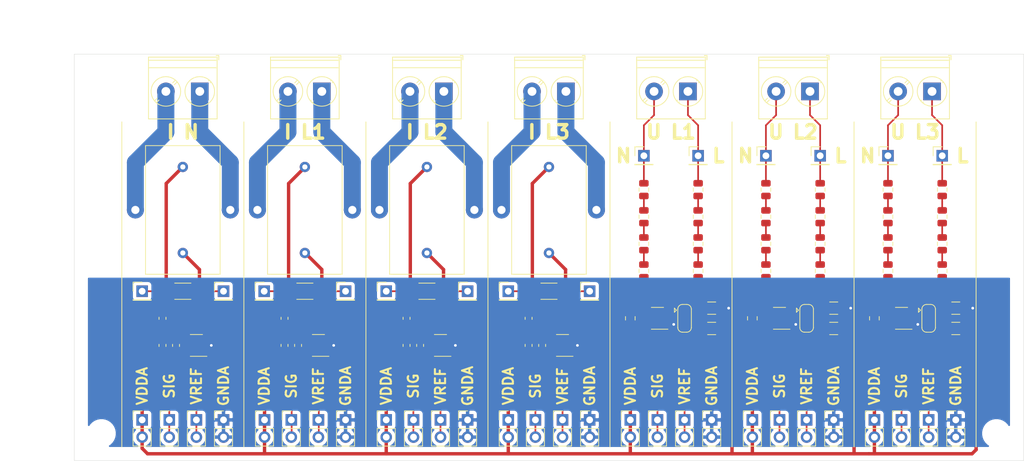
<source format=kicad_pcb>
(kicad_pcb (version 20171130) (host pcbnew "(5.1.6)-1")
  (layers (0 F.Cu signal) (31 B.Cu signal) (34 B.Paste user) (35 F.Paste user) (36 B.SilkS user) (37 F.SilkS user) (38 B.Mask user) (39 F.Mask user) (44 Edge.Cuts user))
  (net 0 "")
  (net 1 "Net-(C1-Pad2)")
  (net 2 /ac_i_afe_1/ext_ref)
  (net 3 /ac_v_afe_1/AC_V_L)
  (net 4 /ac_v_afe_1/AC_V_N)
  (net 5 /ac_v_afe_1/ext_ref)
  (net 6 /ac_v_afe_1/Reference_voltage)
  (net 7 /ac_v_afe_1/V_div)
  (net 8 "Net-(R4-Pad2)")
  (net 9 "Net-(R5-Pad2)")
  (net 10 "Net-(R6-Pad2)")
  (net 11 "Net-(R7-Pad2)")
  (net 12 "Net-(R10-Pad1)")
  (net 13 "Net-(R11-Pad1)")
  (net 14 "Net-(R11-Pad2)")
  (net 15 "Net-(C2-Pad2)")
  (net 16 "Net-(C3-Pad2)")
  (net 17 /ac_v_afe_2/AC_V_L)
  (net 18 /ac_v_afe_2/AC_V_N)
  (net 19 /ac_v_afe_2/ext_ref)
  (net 20 /ac_v_afe_3/AC_V_L)
  (net 21 /ac_v_afe_3/AC_V_N)
  (net 22 /ac_v_afe_3/ext_ref)
  (net 23 /ac_v_afe_2/Reference_voltage)
  (net 24 /ac_v_afe_2/V_div)
  (net 25 /ac_v_afe_3/Reference_voltage)
  (net 26 /ac_v_afe_3/V_div)
  (net 27 "Net-(R15-Pad2)")
  (net 28 "Net-(R16-Pad2)")
  (net 29 "Net-(R17-Pad2)")
  (net 30 "Net-(R18-Pad2)")
  (net 31 "Net-(R19-Pad2)")
  (net 32 "Net-(R20-Pad2)")
  (net 33 "Net-(R22-Pad2)")
  (net 34 "Net-(R26-Pad2)")
  (net 35 "Net-(R27-Pad2)")
  (net 36 "Net-(R28-Pad2)")
  (net 37 "Net-(R29-Pad2)")
  (net 38 "Net-(R30-Pad2)")
  (net 39 "Net-(R31-Pad2)")
  (net 40 "Net-(R33-Pad2)")
  (net 41 "Net-(C4-Pad2)")
  (net 42 /ac_i_afe_2/ext_ref)
  (net 43 /ac_i_afe_3/ext_ref)
  (net 44 /ac_i_afe_4/ext_ref)
  (net 45 /signal_I1)
  (net 46 /signal_I2)
  (net 47 /signal_I3)
  (net 48 /signal_IN)
  (net 49 VDDA)
  (net 50 GNDA)
  (net 51 /signal_U1)
  (net 52 /signal_U2)
  (net 53 /signal_U3)
  (net 54 /ac_i_afe_1/CT_coil)
  (net 55 /ac_i_afe_2/CT_coil)
  (net 56 /ac_i_afe_3/CT_coil)
  (net 57 /ac_i_afe_4/CT_coil)
  (net 58 "Net-(CT1-Pad2)")
  (net 59 "Net-(CT1-Pad1)")
  (net 60 "Net-(CT2-Pad2)")
  (net 61 "Net-(CT2-Pad1)")
  (net 62 "Net-(CT3-Pad2)")
  (net 63 "Net-(CT3-Pad1)")
  (net 64 "Net-(CT4-Pad2)")
  (net 65 "Net-(CT4-Pad1)")
  (module MountingHole:MountingHole_3.2mm_M3 (layer F.Cu) (at 217 130)
    (fp_text reference H4 hide)
    (fp_text value MountingHole)
    (pad 1 np_thru_hole circle (at 0 0) (size 3.2 3.2) (drill 3.2) (layers *.Cu *.Mask))
  )
  (module MountingHole:MountingHole_3.2mm_M3 (layer F.Cu) (at 85 130)
    (fp_text reference H3 hide)
    (fp_text value MountingHole)
    (pad 1 np_thru_hole circle (at 0 0) (size 3.2 3.2) (drill 3.2) (layers *.Cu *.Mask))
  )
  (module MountingHole:MountingHole_3.2mm_M3 (layer F.Cu) (at 217 78)
    (fp_text reference H2 hide)
    (fp_text value MountingHole)
    (pad 1 np_thru_hole circle (at 0 0) (size 3.2 3.2) (drill 3.2) (layers *.Cu *.Mask))
  )
  (module MountingHole:MountingHole_3.2mm_M3 (layer F.Cu) (at 85 78)
    (fp_text reference H1 hide)
    (fp_text value MountingHole)
    (pad 1 np_thru_hole circle (at 0 0) (size 3.2 3.2) (drill 3.2) (layers *.Cu *.Mask))
  )
  (module eMKa_TRAFO:CT_talema_pimary_wire (layer F.Cu) (at 151 97 90)
    (fp_text reference CT3 hide)
    (fp_text value Current_Transformer)
    (pad 2 thru_hole circle (at 0 7 90) (size 2.5 2.5) (drill 1.2) (layers *.Cu *.Mask) (net 62 "Net-(CT3-Pad2)"))
    (pad 1 thru_hole circle (at 0 -7 90) (size 2.5 2.5) (drill 1.2) (layers *.Cu *.Mask) (net 63 "Net-(CT3-Pad1)"))
    (pad 4 thru_hole circle (at 6.35 0 90) (size 1.524 1.524) (drill 0.762) (layers *.Cu *.Mask) (net 56 /ac_i_afe_3/CT_coil))
    (pad 3 thru_hole circle (at -6.35 0 90) (size 1.524 1.524) (drill 0.762) (layers *.Cu *.Mask) (net 43 /ac_i_afe_3/ext_ref))
  )
  (module TerminalBlock_Phoenix:TerminalBlock_Phoenix_PT-1,5-2-5.0-H_1x02_P5.00mm_Horizontal (layer F.Cu) (at 99.5 79.5 180)
    (fp_text reference J43 hide)
    (fp_text value screw)
    (pad 2 thru_hole circle (at 5 0 180) (size 2.6 2.6) (drill 1.3) (layers *.Cu *.Mask) (net 65 "Net-(CT4-Pad1)"))
    (pad 1 thru_hole rect (at 0 0 180) (size 2.6 2.6) (drill 1.3) (layers *.Cu *.Mask) (net 64 "Net-(CT4-Pad2)"))
  )
  (module TerminalBlock_Phoenix:TerminalBlock_Phoenix_PT-1,5-2-5.0-H_1x02_P5.00mm_Horizontal (layer F.Cu) (at 153.5 79.5 180)
    (fp_text reference J36 hide)
    (fp_text value screw)
    (pad 2 thru_hole circle (at 5 0 180) (size 2.6 2.6) (drill 1.3) (layers *.Cu *.Mask) (net 63 "Net-(CT3-Pad1)"))
    (pad 1 thru_hole rect (at 0 0 180) (size 2.6 2.6) (drill 1.3) (layers *.Cu *.Mask) (net 62 "Net-(CT3-Pad2)"))
  )
  (module TerminalBlock_Phoenix:TerminalBlock_Phoenix_PT-1,5-2-5.0-H_1x02_P5.00mm_Horizontal (layer F.Cu) (at 135.5 79.5 180)
    (fp_text reference J29 hide)
    (fp_text value screw)
    (pad 2 thru_hole circle (at 5 0 180) (size 2.6 2.6) (drill 1.3) (layers *.Cu *.Mask) (net 61 "Net-(CT2-Pad1)"))
    (pad 1 thru_hole rect (at 0 0 180) (size 2.6 2.6) (drill 1.3) (layers *.Cu *.Mask) (net 60 "Net-(CT2-Pad2)"))
  )
  (module TerminalBlock_Phoenix:TerminalBlock_Phoenix_PT-1,5-2-5.0-H_1x02_P5.00mm_Horizontal (layer F.Cu) (at 117.5 79.5 180)
    (fp_text reference J1 hide)
    (fp_text value screw)
    (pad 2 thru_hole circle (at 5 0 180) (size 2.6 2.6) (drill 1.3) (layers *.Cu *.Mask) (net 59 "Net-(CT1-Pad1)"))
    (pad 1 thru_hole rect (at 0 0 180) (size 2.6 2.6) (drill 1.3) (layers *.Cu *.Mask) (net 58 "Net-(CT1-Pad2)"))
  )
  (module eMKa_TRAFO:CT_talema_pimary_wire (layer F.Cu) (at 97 97 90)
    (fp_text reference CT4 hide)
    (fp_text value Current_Transformer)
    (pad 2 thru_hole circle (at 0 7 90) (size 2.5 2.5) (drill 1.2) (layers *.Cu *.Mask) (net 64 "Net-(CT4-Pad2)"))
    (pad 1 thru_hole circle (at 0 -7 90) (size 2.5 2.5) (drill 1.2) (layers *.Cu *.Mask) (net 65 "Net-(CT4-Pad1)"))
    (pad 4 thru_hole circle (at 6.35 0 90) (size 1.524 1.524) (drill 0.762) (layers *.Cu *.Mask) (net 57 /ac_i_afe_4/CT_coil))
    (pad 3 thru_hole circle (at -6.35 0 90) (size 1.524 1.524) (drill 0.762) (layers *.Cu *.Mask) (net 44 /ac_i_afe_4/ext_ref))
  )
  (module eMKa_TRAFO:CT_talema_pimary_wire (layer F.Cu) (at 133 97 90)
    (fp_text reference CT2 hide)
    (fp_text value Current_Transformer)
    (pad 2 thru_hole circle (at 0 7 90) (size 2.5 2.5) (drill 1.2) (layers *.Cu *.Mask) (net 60 "Net-(CT2-Pad2)"))
    (pad 1 thru_hole circle (at 0 -7 90) (size 2.5 2.5) (drill 1.2) (layers *.Cu *.Mask) (net 61 "Net-(CT2-Pad1)"))
    (pad 4 thru_hole circle (at 6.35 0 90) (size 1.524 1.524) (drill 0.762) (layers *.Cu *.Mask) (net 55 /ac_i_afe_2/CT_coil))
    (pad 3 thru_hole circle (at -6.35 0 90) (size 1.524 1.524) (drill 0.762) (layers *.Cu *.Mask) (net 42 /ac_i_afe_2/ext_ref))
  )
  (module eMKa_TRAFO:CT_talema_pimary_wire (layer F.Cu) (at 115 97 90)
    (fp_text reference CT1 hide)
    (fp_text value Current_Transformer)
    (pad 2 thru_hole circle (at 0 7 90) (size 2.5 2.5) (drill 1.2) (layers *.Cu *.Mask) (net 58 "Net-(CT1-Pad2)"))
    (pad 1 thru_hole circle (at 0 -7 90) (size 2.5 2.5) (drill 1.2) (layers *.Cu *.Mask) (net 59 "Net-(CT1-Pad1)"))
    (pad 4 thru_hole circle (at 6.35 0 90) (size 1.524 1.524) (drill 0.762) (layers *.Cu *.Mask) (net 54 /ac_i_afe_1/CT_coil))
    (pad 3 thru_hole circle (at -6.35 0 90) (size 1.524 1.524) (drill 0.762) (layers *.Cu *.Mask) (net 2 /ac_i_afe_1/ext_ref))
  )
  (module TerminalBlock_Phoenix:TerminalBlock_Phoenix_PT-1,5-2-5.0-H_1x02_P5.00mm_Horizontal (layer F.Cu) (at 207.5 79.5 180)
    (fp_text reference J24 hide)
    (fp_text value screw)
    (pad 2 thru_hole circle (at 5 0 180) (size 2.6 2.6) (drill 1.3) (layers *.Cu *.Mask) (net 21 /ac_v_afe_3/AC_V_N))
    (pad 1 thru_hole rect (at 0 0 180) (size 2.6 2.6) (drill 1.3) (layers *.Cu *.Mask) (net 20 /ac_v_afe_3/AC_V_L))
  )
  (module TerminalBlock_Phoenix:TerminalBlock_Phoenix_PT-1,5-2-5.0-H_1x02_P5.00mm_Horizontal (layer F.Cu) (at 189.5 79.5 180)
    (fp_text reference J17 hide)
    (fp_text value screw)
    (pad 2 thru_hole circle (at 5 0 180) (size 2.6 2.6) (drill 1.3) (layers *.Cu *.Mask) (net 18 /ac_v_afe_2/AC_V_N))
    (pad 1 thru_hole rect (at 0 0 180) (size 2.6 2.6) (drill 1.3) (layers *.Cu *.Mask) (net 17 /ac_v_afe_2/AC_V_L))
  )
  (module TerminalBlock_Phoenix:TerminalBlock_Phoenix_PT-1,5-2-5.0-H_1x02_P5.00mm_Horizontal (layer F.Cu) (at 171.5 79.5 180)
    (fp_text reference J10 hide)
    (fp_text value screw)
    (pad 2 thru_hole circle (at 5 0 180) (size 2.6 2.6) (drill 1.3) (layers *.Cu *.Mask) (net 4 /ac_v_afe_1/AC_V_N))
    (pad 1 thru_hole rect (at 0 0 180) (size 2.6 2.6) (drill 1.3) (layers *.Cu *.Mask) (net 3 /ac_v_afe_1/AC_V_L))
  )
  (module Connector_PinHeader_2.54mm:PinHeader_1x01_P2.54mm_Vertical (layer F.Cu) (at 103 109)
    (fp_text reference J45 hide)
    (fp_text value CT_R)
    (pad 1 thru_hole rect (at 0 0) (size 1.7 1.7) (drill 1) (layers *.Cu *.Mask) (net 44 /ac_i_afe_4/ext_ref))
  )
  (module Connector_PinHeader_2.54mm:PinHeader_1x01_P2.54mm_Vertical (layer F.Cu) (at 91 109)
    (fp_text reference J44 hide)
    (fp_text value CT_R)
    (pad 1 thru_hole rect (at 0 0) (size 1.7 1.7) (drill 1) (layers *.Cu *.Mask) (net 57 /ac_i_afe_4/CT_coil))
  )
  (module Connector_PinHeader_2.54mm:PinHeader_1x01_P2.54mm_Vertical (layer F.Cu) (at 157 109)
    (fp_text reference J38 hide)
    (fp_text value CT_R)
    (pad 1 thru_hole rect (at 0 0) (size 1.7 1.7) (drill 1) (layers *.Cu *.Mask) (net 43 /ac_i_afe_3/ext_ref))
  )
  (module Connector_PinHeader_2.54mm:PinHeader_1x01_P2.54mm_Vertical (layer F.Cu) (at 145 109)
    (fp_text reference J37 hide)
    (fp_text value CT_R)
    (pad 1 thru_hole rect (at 0 0) (size 1.7 1.7) (drill 1) (layers *.Cu *.Mask) (net 56 /ac_i_afe_3/CT_coil))
  )
  (module Connector_PinHeader_2.54mm:PinHeader_1x01_P2.54mm_Vertical (layer F.Cu) (at 139 109)
    (fp_text reference J31 hide)
    (fp_text value CT_R)
    (pad 1 thru_hole rect (at 0 0) (size 1.7 1.7) (drill 1) (layers *.Cu *.Mask) (net 42 /ac_i_afe_2/ext_ref))
  )
  (module Connector_PinHeader_2.54mm:PinHeader_1x01_P2.54mm_Vertical (layer F.Cu) (at 127 109)
    (fp_text reference J30 hide)
    (fp_text value CT_R)
    (pad 1 thru_hole rect (at 0 0) (size 1.7 1.7) (drill 1) (layers *.Cu *.Mask) (net 55 /ac_i_afe_2/CT_coil))
  )
  (module Connector_PinHeader_2.54mm:PinHeader_1x01_P2.54mm_Vertical (layer F.Cu) (at 121 109)
    (fp_text reference J3 hide)
    (fp_text value CT_R)
    (pad 1 thru_hole rect (at 0 0) (size 1.7 1.7) (drill 1) (layers *.Cu *.Mask) (net 2 /ac_i_afe_1/ext_ref))
  )
  (module Connector_PinHeader_2.54mm:PinHeader_1x01_P2.54mm_Vertical (layer F.Cu) (at 109 109)
    (fp_text reference J2 hide)
    (fp_text value CT_R)
    (pad 1 thru_hole rect (at 0 0) (size 1.7 1.7) (drill 1) (layers *.Cu *.Mask) (net 54 /ac_i_afe_1/CT_coil))
  )
  (module Connector_PinHeader_2.54mm:PinHeader_1x02_P2.54mm_Vertical (layer F.Cu) (at 103 128)
    (fp_text reference J49 hide)
    (fp_text value GNDA)
    (pad 2 thru_hole oval (at 0 2.54) (size 1.7 1.7) (drill 1) (layers *.Cu *.Mask) (net 50 GNDA))
    (pad 1 thru_hole rect (at 0 0) (size 1.7 1.7) (drill 1) (layers *.Cu *.Mask) (net 50 GNDA))
  )
  (module Connector_PinHeader_2.54mm:PinHeader_1x02_P2.54mm_Vertical (layer F.Cu) (at 95 128)
    (fp_text reference J48 hide)
    (fp_text value SIGNAL)
    (pad 2 thru_hole oval (at 0 2.54) (size 1.7 1.7) (drill 1) (layers *.Cu *.Mask) (net 48 /signal_IN))
    (pad 1 thru_hole rect (at 0 0) (size 1.7 1.7) (drill 1) (layers *.Cu *.Mask) (net 48 /signal_IN))
  )
  (module Connector_PinHeader_2.54mm:PinHeader_1x02_P2.54mm_Vertical (layer F.Cu) (at 91 128)
    (fp_text reference J47 hide)
    (fp_text value VDDA)
    (pad 2 thru_hole oval (at 0 2.54) (size 1.7 1.7) (drill 1) (layers *.Cu *.Mask) (net 49 VDDA))
    (pad 1 thru_hole rect (at 0 0) (size 1.7 1.7) (drill 1) (layers *.Cu *.Mask) (net 49 VDDA))
  )
  (module Connector_PinHeader_2.54mm:PinHeader_1x02_P2.54mm_Vertical (layer F.Cu) (at 99 128)
    (fp_text reference J46 hide)
    (fp_text value V_ref)
    (pad 2 thru_hole oval (at 0 2.54) (size 1.7 1.7) (drill 1) (layers *.Cu *.Mask) (net 44 /ac_i_afe_4/ext_ref))
    (pad 1 thru_hole rect (at 0 0) (size 1.7 1.7) (drill 1) (layers *.Cu *.Mask) (net 44 /ac_i_afe_4/ext_ref))
  )
  (module Connector_PinHeader_2.54mm:PinHeader_1x02_P2.54mm_Vertical (layer F.Cu) (at 157 128)
    (fp_text reference J42 hide)
    (fp_text value GNDA)
    (pad 2 thru_hole oval (at 0 2.54) (size 1.7 1.7) (drill 1) (layers *.Cu *.Mask) (net 50 GNDA))
    (pad 1 thru_hole rect (at 0 0) (size 1.7 1.7) (drill 1) (layers *.Cu *.Mask) (net 50 GNDA))
  )
  (module Connector_PinHeader_2.54mm:PinHeader_1x02_P2.54mm_Vertical (layer F.Cu) (at 149 128)
    (fp_text reference J41 hide)
    (fp_text value SIGNAL)
    (pad 2 thru_hole oval (at 0 2.54) (size 1.7 1.7) (drill 1) (layers *.Cu *.Mask) (net 47 /signal_I3))
    (pad 1 thru_hole rect (at 0 0) (size 1.7 1.7) (drill 1) (layers *.Cu *.Mask) (net 47 /signal_I3))
  )
  (module Connector_PinHeader_2.54mm:PinHeader_1x02_P2.54mm_Vertical (layer F.Cu) (at 145 128)
    (fp_text reference J40 hide)
    (fp_text value VDDA)
    (pad 2 thru_hole oval (at 0 2.54) (size 1.7 1.7) (drill 1) (layers *.Cu *.Mask) (net 49 VDDA))
    (pad 1 thru_hole rect (at 0 0) (size 1.7 1.7) (drill 1) (layers *.Cu *.Mask) (net 49 VDDA))
  )
  (module Connector_PinHeader_2.54mm:PinHeader_1x02_P2.54mm_Vertical (layer F.Cu) (at 153 128)
    (fp_text reference J39 hide)
    (fp_text value V_ref)
    (pad 2 thru_hole oval (at 0 2.54) (size 1.7 1.7) (drill 1) (layers *.Cu *.Mask) (net 43 /ac_i_afe_3/ext_ref))
    (pad 1 thru_hole rect (at 0 0) (size 1.7 1.7) (drill 1) (layers *.Cu *.Mask) (net 43 /ac_i_afe_3/ext_ref))
  )
  (module Connector_PinHeader_2.54mm:PinHeader_1x02_P2.54mm_Vertical (layer F.Cu) (at 139 128)
    (fp_text reference J35 hide)
    (fp_text value GNDA)
    (pad 2 thru_hole oval (at 0 2.54) (size 1.7 1.7) (drill 1) (layers *.Cu *.Mask) (net 50 GNDA))
    (pad 1 thru_hole rect (at 0 0) (size 1.7 1.7) (drill 1) (layers *.Cu *.Mask) (net 50 GNDA))
  )
  (module Connector_PinHeader_2.54mm:PinHeader_1x02_P2.54mm_Vertical (layer F.Cu) (at 131.02 128)
    (fp_text reference J34 hide)
    (fp_text value SIGNAL)
    (pad 2 thru_hole oval (at 0 2.54) (size 1.7 1.7) (drill 1) (layers *.Cu *.Mask) (net 46 /signal_I2))
    (pad 1 thru_hole rect (at 0 0) (size 1.7 1.7) (drill 1) (layers *.Cu *.Mask) (net 46 /signal_I2))
  )
  (module Connector_PinHeader_2.54mm:PinHeader_1x02_P2.54mm_Vertical (layer F.Cu) (at 127 128)
    (fp_text reference J33 hide)
    (fp_text value VDDA)
    (pad 2 thru_hole oval (at 0 2.54) (size 1.7 1.7) (drill 1) (layers *.Cu *.Mask) (net 49 VDDA))
    (pad 1 thru_hole rect (at 0 0) (size 1.7 1.7) (drill 1) (layers *.Cu *.Mask) (net 49 VDDA))
  )
  (module Connector_PinHeader_2.54mm:PinHeader_1x02_P2.54mm_Vertical (layer F.Cu) (at 135 128)
    (fp_text reference J32 hide)
    (fp_text value V_ref)
    (pad 2 thru_hole oval (at 0 2.54) (size 1.7 1.7) (drill 1) (layers *.Cu *.Mask) (net 42 /ac_i_afe_2/ext_ref))
    (pad 1 thru_hole rect (at 0 0) (size 1.7 1.7) (drill 1) (layers *.Cu *.Mask) (net 42 /ac_i_afe_2/ext_ref))
  )
  (module Connector_PinHeader_2.54mm:PinHeader_1x02_P2.54mm_Vertical (layer F.Cu) (at 211 128)
    (fp_text reference J28 hide)
    (fp_text value GNDA)
    (pad 2 thru_hole oval (at 0 2.54) (size 1.7 1.7) (drill 1) (layers *.Cu *.Mask) (net 50 GNDA))
    (pad 1 thru_hole rect (at 0 0) (size 1.7 1.7) (drill 1) (layers *.Cu *.Mask) (net 50 GNDA))
  )
  (module Connector_PinHeader_2.54mm:PinHeader_1x02_P2.54mm_Vertical (layer F.Cu) (at 203 128)
    (fp_text reference J27 hide)
    (fp_text value SIGNAL)
    (pad 2 thru_hole oval (at 0 2.54) (size 1.7 1.7) (drill 1) (layers *.Cu *.Mask) (net 53 /signal_U3))
    (pad 1 thru_hole rect (at 0 0) (size 1.7 1.7) (drill 1) (layers *.Cu *.Mask) (net 53 /signal_U3))
  )
  (module Connector_PinHeader_2.54mm:PinHeader_1x02_P2.54mm_Vertical (layer F.Cu) (at 199 128)
    (fp_text reference J26 hide)
    (fp_text value VDDA)
    (pad 2 thru_hole oval (at 0 2.54) (size 1.7 1.7) (drill 1) (layers *.Cu *.Mask) (net 49 VDDA))
    (pad 1 thru_hole rect (at 0 0) (size 1.7 1.7) (drill 1) (layers *.Cu *.Mask) (net 49 VDDA))
  )
  (module Connector_PinHeader_2.54mm:PinHeader_1x02_P2.54mm_Vertical (layer F.Cu) (at 207 128)
    (fp_text reference J25 hide)
    (fp_text value V_ref)
    (pad 2 thru_hole oval (at 0 2.54) (size 1.7 1.7) (drill 1) (layers *.Cu *.Mask) (net 22 /ac_v_afe_3/ext_ref))
    (pad 1 thru_hole rect (at 0 0) (size 1.7 1.7) (drill 1) (layers *.Cu *.Mask) (net 22 /ac_v_afe_3/ext_ref))
  )
  (module Connector_PinHeader_2.54mm:PinHeader_1x02_P2.54mm_Vertical (layer F.Cu) (at 193 128)
    (fp_text reference J21 hide)
    (fp_text value GNDA)
    (pad 2 thru_hole oval (at 0 2.54) (size 1.7 1.7) (drill 1) (layers *.Cu *.Mask) (net 50 GNDA))
    (pad 1 thru_hole rect (at 0 0) (size 1.7 1.7) (drill 1) (layers *.Cu *.Mask) (net 50 GNDA))
  )
  (module Connector_PinHeader_2.54mm:PinHeader_1x02_P2.54mm_Vertical (layer F.Cu) (at 185 128)
    (fp_text reference J20 hide)
    (fp_text value SIGNAL)
    (pad 2 thru_hole oval (at 0 2.54) (size 1.7 1.7) (drill 1) (layers *.Cu *.Mask) (net 52 /signal_U2))
    (pad 1 thru_hole rect (at 0 0) (size 1.7 1.7) (drill 1) (layers *.Cu *.Mask) (net 52 /signal_U2))
  )
  (module Connector_PinHeader_2.54mm:PinHeader_1x02_P2.54mm_Vertical (layer F.Cu) (at 181 128)
    (fp_text reference J19 hide)
    (fp_text value VDDA)
    (pad 2 thru_hole oval (at 0 2.54) (size 1.7 1.7) (drill 1) (layers *.Cu *.Mask) (net 49 VDDA))
    (pad 1 thru_hole rect (at 0 0) (size 1.7 1.7) (drill 1) (layers *.Cu *.Mask) (net 49 VDDA))
  )
  (module Connector_PinHeader_2.54mm:PinHeader_1x02_P2.54mm_Vertical (layer F.Cu) (at 189 128)
    (fp_text reference J18 hide)
    (fp_text value V_ref)
    (pad 2 thru_hole oval (at 0 2.54) (size 1.7 1.7) (drill 1) (layers *.Cu *.Mask) (net 19 /ac_v_afe_2/ext_ref))
    (pad 1 thru_hole rect (at 0 0) (size 1.7 1.7) (drill 1) (layers *.Cu *.Mask) (net 19 /ac_v_afe_2/ext_ref))
  )
  (module Connector_PinHeader_2.54mm:PinHeader_1x02_P2.54mm_Vertical (layer F.Cu) (at 175 128)
    (fp_text reference J14 hide)
    (fp_text value GNDA)
    (pad 2 thru_hole oval (at 0 2.54) (size 1.7 1.7) (drill 1) (layers *.Cu *.Mask) (net 50 GNDA))
    (pad 1 thru_hole rect (at 0 0) (size 1.7 1.7) (drill 1) (layers *.Cu *.Mask) (net 50 GNDA))
  )
  (module Connector_PinHeader_2.54mm:PinHeader_1x02_P2.54mm_Vertical (layer F.Cu) (at 167 128)
    (fp_text reference J13 hide)
    (fp_text value SIGNAL)
    (pad 2 thru_hole oval (at 0 2.54) (size 1.7 1.7) (drill 1) (layers *.Cu *.Mask) (net 51 /signal_U1))
    (pad 1 thru_hole rect (at 0 0) (size 1.7 1.7) (drill 1) (layers *.Cu *.Mask) (net 51 /signal_U1))
  )
  (module Connector_PinHeader_2.54mm:PinHeader_1x02_P2.54mm_Vertical (layer F.Cu) (at 163 128)
    (fp_text reference J12 hide)
    (fp_text value VDDA)
    (pad 2 thru_hole oval (at 0 2.54) (size 1.7 1.7) (drill 1) (layers *.Cu *.Mask) (net 49 VDDA))
    (pad 1 thru_hole rect (at 0 0) (size 1.7 1.7) (drill 1) (layers *.Cu *.Mask) (net 49 VDDA))
  )
  (module Connector_PinHeader_2.54mm:PinHeader_1x02_P2.54mm_Vertical (layer F.Cu) (at 171 128)
    (fp_text reference J11 hide)
    (fp_text value V_ref)
    (pad 2 thru_hole oval (at 0 2.54) (size 1.7 1.7) (drill 1) (layers *.Cu *.Mask) (net 5 /ac_v_afe_1/ext_ref))
    (pad 1 thru_hole rect (at 0 0) (size 1.7 1.7) (drill 1) (layers *.Cu *.Mask) (net 5 /ac_v_afe_1/ext_ref))
  )
  (module Connector_PinHeader_2.54mm:PinHeader_1x02_P2.54mm_Vertical (layer F.Cu) (at 121 128)
    (fp_text reference J7 hide)
    (fp_text value GNDA)
    (pad 2 thru_hole oval (at 0 2.54) (size 1.7 1.7) (drill 1) (layers *.Cu *.Mask) (net 50 GNDA))
    (pad 1 thru_hole rect (at 0 0) (size 1.7 1.7) (drill 1) (layers *.Cu *.Mask) (net 50 GNDA))
  )
  (module Connector_PinHeader_2.54mm:PinHeader_1x02_P2.54mm_Vertical (layer F.Cu) (at 113 128)
    (fp_text reference J6 hide)
    (fp_text value SIGNAL)
    (pad 2 thru_hole oval (at 0 2.54) (size 1.7 1.7) (drill 1) (layers *.Cu *.Mask) (net 45 /signal_I1))
    (pad 1 thru_hole rect (at 0 0) (size 1.7 1.7) (drill 1) (layers *.Cu *.Mask) (net 45 /signal_I1))
  )
  (module Connector_PinHeader_2.54mm:PinHeader_1x02_P2.54mm_Vertical (layer F.Cu) (at 109.05 128)
    (fp_text reference J5 hide)
    (fp_text value VDDA)
    (pad 2 thru_hole oval (at 0 2.54) (size 1.7 1.7) (drill 1) (layers *.Cu *.Mask) (net 49 VDDA))
    (pad 1 thru_hole rect (at 0 0) (size 1.7 1.7) (drill 1) (layers *.Cu *.Mask) (net 49 VDDA))
  )
  (module Connector_PinHeader_2.54mm:PinHeader_1x02_P2.54mm_Vertical (layer F.Cu) (at 117 128)
    (fp_text reference J4 hide)
    (fp_text value V_ref)
    (pad 2 thru_hole oval (at 0 2.54) (size 1.7 1.7) (drill 1) (layers *.Cu *.Mask) (net 2 /ac_i_afe_1/ext_ref))
    (pad 1 thru_hole rect (at 0 0) (size 1.7 1.7) (drill 1) (layers *.Cu *.Mask) (net 2 /ac_i_afe_1/ext_ref))
  )
  (module Package_TO_SOT_SMD:SOT-23-5 (layer F.Cu) (at 99 117 180)
    (fp_text reference U7 hide)
    (fp_text value MCP6021T)
    (pad 5 smd rect (at 1.1 -0.95 180) (size 1.06 0.65) (layers F.Cu F.Paste F.Mask) (net 49 VDDA))
    (pad 4 smd rect (at 1.1 0.95 180) (size 1.06 0.65) (layers F.Cu F.Paste F.Mask) (net 41 "Net-(C4-Pad2)"))
    (pad 3 smd rect (at -1.1 0.95 180) (size 1.06 0.65) (layers F.Cu F.Paste F.Mask) (net 44 /ac_i_afe_4/ext_ref))
    (pad 2 smd rect (at -1.1 0 180) (size 1.06 0.65) (layers F.Cu F.Paste F.Mask) (net 50 GNDA))
    (pad 1 smd rect (at -1.1 -0.95 180) (size 1.06 0.65) (layers F.Cu F.Paste F.Mask) (net 48 /signal_IN))
  )
  (module Resistor_SMD:R_0603_1608Metric (layer F.Cu) (at 96 117 90)
    (fp_text reference R45 hide)
    (fp_text value 15K)
    (pad 2 smd roundrect (at 0.7875 0 90) (size 0.875 0.95) (layers F.Cu F.Paste F.Mask) (net 41 "Net-(C4-Pad2)"))
    (pad 1 smd roundrect (at -0.7875 0 90) (size 0.875 0.95) (layers F.Cu F.Paste F.Mask) (net 48 /signal_IN))
  )
  (module Resistor_SMD:R_0603_1608Metric (layer F.Cu) (at 94 113 90)
    (fp_text reference R44 hide)
    (fp_text value 1K)
    (pad 2 smd roundrect (at 0.7875 0 90) (size 0.875 0.95) (layers F.Cu F.Paste F.Mask) (net 57 /ac_i_afe_4/CT_coil))
    (pad 1 smd roundrect (at -0.7875 0 90) (size 0.875 0.95) (layers F.Cu F.Paste F.Mask) (net 41 "Net-(C4-Pad2)"))
  )
  (module Resistor_SMD:R_MELF_MMB-0207 (layer F.Cu) (at 97 109 180)
    (fp_text reference R43 hide)
    (fp_text value 10)
    (pad 2 smd rect (at 2.45 0 180) (size 2.1 2.6) (layers F.Cu F.Paste F.Mask) (net 57 /ac_i_afe_4/CT_coil))
    (pad 1 smd rect (at -2.45 0 180) (size 2.1 2.6) (layers F.Cu F.Paste F.Mask) (net 44 /ac_i_afe_4/ext_ref))
  )
  (module Capacitor_SMD:C_0603_1608Metric (layer F.Cu) (at 94 117 90)
    (fp_text reference C4 hide)
    (fp_text value 4,7n)
    (pad 2 smd roundrect (at 0.7875 0 90) (size 0.875 0.95) (layers F.Cu F.Paste F.Mask) (net 41 "Net-(C4-Pad2)"))
    (pad 1 smd roundrect (at -0.7875 0 90) (size 0.875 0.95) (layers F.Cu F.Paste F.Mask) (net 48 /signal_IN))
  )
  (module Package_TO_SOT_SMD:SOT-23-5 (layer F.Cu) (at 153 117 180)
    (fp_text reference U6 hide)
    (fp_text value MCP6021T)
    (pad 5 smd rect (at 1.1 -0.95 180) (size 1.06 0.65) (layers F.Cu F.Paste F.Mask) (net 49 VDDA))
    (pad 4 smd rect (at 1.1 0.95 180) (size 1.06 0.65) (layers F.Cu F.Paste F.Mask) (net 16 "Net-(C3-Pad2)"))
    (pad 3 smd rect (at -1.1 0.95 180) (size 1.06 0.65) (layers F.Cu F.Paste F.Mask) (net 43 /ac_i_afe_3/ext_ref))
    (pad 2 smd rect (at -1.1 0 180) (size 1.06 0.65) (layers F.Cu F.Paste F.Mask) (net 50 GNDA))
    (pad 1 smd rect (at -1.1 -0.95 180) (size 1.06 0.65) (layers F.Cu F.Paste F.Mask) (net 47 /signal_I3))
  )
  (module Package_TO_SOT_SMD:SOT-23-5 (layer F.Cu) (at 135 117 180)
    (fp_text reference U5 hide)
    (fp_text value MCP6021T)
    (pad 5 smd rect (at 1.1 -0.95 180) (size 1.06 0.65) (layers F.Cu F.Paste F.Mask) (net 49 VDDA))
    (pad 4 smd rect (at 1.1 0.95 180) (size 1.06 0.65) (layers F.Cu F.Paste F.Mask) (net 15 "Net-(C2-Pad2)"))
    (pad 3 smd rect (at -1.1 0.95 180) (size 1.06 0.65) (layers F.Cu F.Paste F.Mask) (net 42 /ac_i_afe_2/ext_ref))
    (pad 2 smd rect (at -1.1 0 180) (size 1.06 0.65) (layers F.Cu F.Paste F.Mask) (net 50 GNDA))
    (pad 1 smd rect (at -1.1 -0.95 180) (size 1.06 0.65) (layers F.Cu F.Paste F.Mask) (net 46 /signal_I2))
  )
  (module Package_TO_SOT_SMD:SOT-23-5 (layer F.Cu) (at 203 113 180)
    (fp_text reference U4 hide)
    (fp_text value MCP6021T)
    (pad 5 smd rect (at 1.1 -0.95 180) (size 1.06 0.65) (layers F.Cu F.Paste F.Mask) (net 49 VDDA))
    (pad 4 smd rect (at 1.1 0.95 180) (size 1.06 0.65) (layers F.Cu F.Paste F.Mask) (net 40 "Net-(R33-Pad2)"))
    (pad 3 smd rect (at -1.1 0.95 180) (size 1.06 0.65) (layers F.Cu F.Paste F.Mask) (net 25 /ac_v_afe_3/Reference_voltage))
    (pad 2 smd rect (at -1.1 0 180) (size 1.06 0.65) (layers F.Cu F.Paste F.Mask) (net 50 GNDA))
    (pad 1 smd rect (at -1.1 -0.95 180) (size 1.06 0.65) (layers F.Cu F.Paste F.Mask) (net 53 /signal_U3))
  )
  (module Package_TO_SOT_SMD:SOT-23-5 (layer F.Cu) (at 185 113 180)
    (fp_text reference U3 hide)
    (fp_text value MCP6021T)
    (pad 5 smd rect (at 1.1 -0.95 180) (size 1.06 0.65) (layers F.Cu F.Paste F.Mask) (net 49 VDDA))
    (pad 4 smd rect (at 1.1 0.95 180) (size 1.06 0.65) (layers F.Cu F.Paste F.Mask) (net 33 "Net-(R22-Pad2)"))
    (pad 3 smd rect (at -1.1 0.95 180) (size 1.06 0.65) (layers F.Cu F.Paste F.Mask) (net 23 /ac_v_afe_2/Reference_voltage))
    (pad 2 smd rect (at -1.1 0 180) (size 1.06 0.65) (layers F.Cu F.Paste F.Mask) (net 50 GNDA))
    (pad 1 smd rect (at -1.1 -0.95 180) (size 1.06 0.65) (layers F.Cu F.Paste F.Mask) (net 52 /signal_U2))
  )
  (module Package_TO_SOT_SMD:SOT-23-5 (layer F.Cu) (at 167 113 180)
    (fp_text reference U2 hide)
    (fp_text value MCP6021T)
    (pad 5 smd rect (at 1.1 -0.95 180) (size 1.06 0.65) (layers F.Cu F.Paste F.Mask) (net 49 VDDA))
    (pad 4 smd rect (at 1.1 0.95 180) (size 1.06 0.65) (layers F.Cu F.Paste F.Mask) (net 14 "Net-(R11-Pad2)"))
    (pad 3 smd rect (at -1.1 0.95 180) (size 1.06 0.65) (layers F.Cu F.Paste F.Mask) (net 6 /ac_v_afe_1/Reference_voltage))
    (pad 2 smd rect (at -1.1 0 180) (size 1.06 0.65) (layers F.Cu F.Paste F.Mask) (net 50 GNDA))
    (pad 1 smd rect (at -1.1 -0.95 180) (size 1.06 0.65) (layers F.Cu F.Paste F.Mask) (net 51 /signal_U1))
  )
  (module Package_TO_SOT_SMD:SOT-23-5 (layer F.Cu) (at 117 117 180)
    (fp_text reference U1 hide)
    (fp_text value MCP6021T)
    (pad 5 smd rect (at 1.1 -0.95 180) (size 1.06 0.65) (layers F.Cu F.Paste F.Mask) (net 49 VDDA))
    (pad 4 smd rect (at 1.1 0.95 180) (size 1.06 0.65) (layers F.Cu F.Paste F.Mask) (net 1 "Net-(C1-Pad2)"))
    (pad 3 smd rect (at -1.1 0.95 180) (size 1.06 0.65) (layers F.Cu F.Paste F.Mask) (net 2 /ac_i_afe_1/ext_ref))
    (pad 2 smd rect (at -1.1 0 180) (size 1.06 0.65) (layers F.Cu F.Paste F.Mask) (net 50 GNDA))
    (pad 1 smd rect (at -1.1 -0.95 180) (size 1.06 0.65) (layers F.Cu F.Paste F.Mask) (net 45 /signal_I1))
  )
  (module Resistor_SMD:R_0603_1608Metric (layer F.Cu) (at 150 117 90)
    (fp_text reference R42 hide)
    (fp_text value 15K)
    (pad 2 smd roundrect (at 0.7875 0 90) (size 0.875 0.95) (layers F.Cu F.Paste F.Mask) (net 16 "Net-(C3-Pad2)"))
    (pad 1 smd roundrect (at -0.7875 0 90) (size 0.875 0.95) (layers F.Cu F.Paste F.Mask) (net 47 /signal_I3))
  )
  (module Resistor_SMD:R_0603_1608Metric (layer F.Cu) (at 148 113 90)
    (fp_text reference R41 hide)
    (fp_text value 1K)
    (pad 2 smd roundrect (at 0.7875 0 90) (size 0.875 0.95) (layers F.Cu F.Paste F.Mask) (net 56 /ac_i_afe_3/CT_coil))
    (pad 1 smd roundrect (at -0.7875 0 90) (size 0.875 0.95) (layers F.Cu F.Paste F.Mask) (net 16 "Net-(C3-Pad2)"))
  )
  (module Resistor_SMD:R_MELF_MMB-0207 (layer F.Cu) (at 151 109 180)
    (fp_text reference R40 hide)
    (fp_text value 10)
    (pad 2 smd rect (at 2.45 0 180) (size 2.1 2.6) (layers F.Cu F.Paste F.Mask) (net 56 /ac_i_afe_3/CT_coil))
    (pad 1 smd rect (at -2.45 0 180) (size 2.1 2.6) (layers F.Cu F.Paste F.Mask) (net 43 /ac_i_afe_3/ext_ref))
  )
  (module Resistor_SMD:R_0603_1608Metric (layer F.Cu) (at 132 117 90)
    (fp_text reference R39 hide)
    (fp_text value 15K)
    (pad 2 smd roundrect (at 0.7875 0 90) (size 0.875 0.95) (layers F.Cu F.Paste F.Mask) (net 15 "Net-(C2-Pad2)"))
    (pad 1 smd roundrect (at -0.7875 0 90) (size 0.875 0.95) (layers F.Cu F.Paste F.Mask) (net 46 /signal_I2))
  )
  (module Resistor_SMD:R_0603_1608Metric (layer F.Cu) (at 130 113 90)
    (fp_text reference R38 hide)
    (fp_text value 1K)
    (pad 2 smd roundrect (at 0.7875 0 90) (size 0.875 0.95) (layers F.Cu F.Paste F.Mask) (net 55 /ac_i_afe_2/CT_coil))
    (pad 1 smd roundrect (at -0.7875 0 90) (size 0.875 0.95) (layers F.Cu F.Paste F.Mask) (net 15 "Net-(C2-Pad2)"))
  )
  (module Resistor_SMD:R_MELF_MMB-0207 (layer F.Cu) (at 133 109 180)
    (fp_text reference R37 hide)
    (fp_text value 10)
    (pad 2 smd rect (at 2.45 0 180) (size 2.1 2.6) (layers F.Cu F.Paste F.Mask) (net 55 /ac_i_afe_2/CT_coil))
    (pad 1 smd rect (at -2.45 0 180) (size 2.1 2.6) (layers F.Cu F.Paste F.Mask) (net 42 /ac_i_afe_2/ext_ref))
  )
  (module Resistor_SMD:R_0805_2012Metric (layer F.Cu) (at 199 113 270)
    (fp_text reference R36 hide)
    (fp_text value R)
    (pad 2 smd roundrect (at 0.9375 0 270) (size 0.975 1.4) (layers F.Cu F.Paste F.Mask) (net 53 /signal_U3))
    (pad 1 smd roundrect (at -0.9375 0 270) (size 0.975 1.4) (layers F.Cu F.Paste F.Mask) (net 40 "Net-(R33-Pad2)"))
  )
  (module Resistor_SMD:R_1206_3216Metric (layer F.Cu) (at 211 111.5 180)
    (fp_text reference R35 hide)
    (fp_text value R)
    (pad 2 smd roundrect (at 1.4 0 180) (size 1.25 1.75) (layers F.Cu F.Paste F.Mask) (roundrect_rratio 0.2) (net 26 /ac_v_afe_3/V_div))
    (pad 1 smd roundrect (at -1.4 0 180) (size 1.25 1.75) (layers F.Cu F.Paste F.Mask) (roundrect_rratio 0.2) (net 50 GNDA))
  )
  (module Resistor_SMD:R_1206_3216Metric (layer F.Cu) (at 211 114.5)
    (fp_text reference R34 hide)
    (fp_text value R)
    (pad 2 smd roundrect (at 1.4 0) (size 1.25 1.75) (layers F.Cu F.Paste F.Mask) (roundrect_rratio 0.2) (net 49 VDDA))
    (pad 1 smd roundrect (at -1.4 0) (size 1.25 1.75) (layers F.Cu F.Paste F.Mask) (roundrect_rratio 0.2) (net 26 /ac_v_afe_3/V_div))
  )
  (module Resistor_SMD:R_0805_2012Metric (layer F.Cu) (at 201 106 270)
    (fp_text reference R33 hide)
    (fp_text value 240K)
    (pad 2 smd roundrect (at 0.9375 0 270) (size 0.975 1.4) (layers F.Cu F.Paste F.Mask) (net 40 "Net-(R33-Pad2)"))
    (pad 1 smd roundrect (at -0.9375 0 270) (size 0.975 1.4) (layers F.Cu F.Paste F.Mask) (net 39 "Net-(R31-Pad2)"))
  )
  (module Resistor_SMD:R_0805_2012Metric (layer F.Cu) (at 209 106 270)
    (fp_text reference R32 hide)
    (fp_text value 240K)
    (pad 2 smd roundrect (at 0.9375 0 270) (size 0.975 1.4) (layers F.Cu F.Paste F.Mask) (net 25 /ac_v_afe_3/Reference_voltage))
    (pad 1 smd roundrect (at -0.9375 0 270) (size 0.975 1.4) (layers F.Cu F.Paste F.Mask) (net 38 "Net-(R30-Pad2)"))
  )
  (module Resistor_SMD:R_0805_2012Metric (layer F.Cu) (at 201 102 270)
    (fp_text reference R31 hide)
    (fp_text value 1M)
    (pad 2 smd roundrect (at 0.9375 0 270) (size 0.975 1.4) (layers F.Cu F.Paste F.Mask) (net 39 "Net-(R31-Pad2)"))
    (pad 1 smd roundrect (at -0.9375 0 270) (size 0.975 1.4) (layers F.Cu F.Paste F.Mask) (net 37 "Net-(R29-Pad2)"))
  )
  (module Resistor_SMD:R_0805_2012Metric (layer F.Cu) (at 209 102 270)
    (fp_text reference R30 hide)
    (fp_text value 1M)
    (pad 2 smd roundrect (at 0.9375 0 270) (size 0.975 1.4) (layers F.Cu F.Paste F.Mask) (net 38 "Net-(R30-Pad2)"))
    (pad 1 smd roundrect (at -0.9375 0 270) (size 0.975 1.4) (layers F.Cu F.Paste F.Mask) (net 36 "Net-(R28-Pad2)"))
  )
  (module Resistor_SMD:R_0805_2012Metric (layer F.Cu) (at 201 98 270)
    (fp_text reference R29 hide)
    (fp_text value 1M)
    (pad 2 smd roundrect (at 0.9375 0 270) (size 0.975 1.4) (layers F.Cu F.Paste F.Mask) (net 37 "Net-(R29-Pad2)"))
    (pad 1 smd roundrect (at -0.9375 0 270) (size 0.975 1.4) (layers F.Cu F.Paste F.Mask) (net 35 "Net-(R27-Pad2)"))
  )
  (module Resistor_SMD:R_0805_2012Metric (layer F.Cu) (at 209 98 270)
    (fp_text reference R28 hide)
    (fp_text value 1M)
    (pad 2 smd roundrect (at 0.9375 0 270) (size 0.975 1.4) (layers F.Cu F.Paste F.Mask) (net 36 "Net-(R28-Pad2)"))
    (pad 1 smd roundrect (at -0.9375 0 270) (size 0.975 1.4) (layers F.Cu F.Paste F.Mask) (net 34 "Net-(R26-Pad2)"))
  )
  (module Resistor_SMD:R_0805_2012Metric (layer F.Cu) (at 201 94 270)
    (fp_text reference R27 hide)
    (fp_text value 1M)
    (pad 2 smd roundrect (at 0.9375 0 270) (size 0.975 1.4) (layers F.Cu F.Paste F.Mask) (net 35 "Net-(R27-Pad2)"))
    (pad 1 smd roundrect (at -0.9375 0 270) (size 0.975 1.4) (layers F.Cu F.Paste F.Mask) (net 21 /ac_v_afe_3/AC_V_N))
  )
  (module Resistor_SMD:R_0805_2012Metric (layer F.Cu) (at 209 94 270)
    (fp_text reference R26 hide)
    (fp_text value 1M)
    (pad 2 smd roundrect (at 0.9375 0 270) (size 0.975 1.4) (layers F.Cu F.Paste F.Mask) (net 34 "Net-(R26-Pad2)"))
    (pad 1 smd roundrect (at -0.9375 0 270) (size 0.975 1.4) (layers F.Cu F.Paste F.Mask) (net 20 /ac_v_afe_3/AC_V_L))
  )
  (module Resistor_SMD:R_0805_2012Metric (layer F.Cu) (at 181 113 270)
    (fp_text reference R25 hide)
    (fp_text value R)
    (pad 2 smd roundrect (at 0.9375 0 270) (size 0.975 1.4) (layers F.Cu F.Paste F.Mask) (net 52 /signal_U2))
    (pad 1 smd roundrect (at -0.9375 0 270) (size 0.975 1.4) (layers F.Cu F.Paste F.Mask) (net 33 "Net-(R22-Pad2)"))
  )
  (module Resistor_SMD:R_1206_3216Metric (layer F.Cu) (at 193 111.5 180)
    (fp_text reference R24 hide)
    (fp_text value R)
    (pad 2 smd roundrect (at 1.4 0 180) (size 1.25 1.75) (layers F.Cu F.Paste F.Mask) (roundrect_rratio 0.2) (net 24 /ac_v_afe_2/V_div))
    (pad 1 smd roundrect (at -1.4 0 180) (size 1.25 1.75) (layers F.Cu F.Paste F.Mask) (roundrect_rratio 0.2) (net 50 GNDA))
  )
  (module Resistor_SMD:R_1206_3216Metric (layer F.Cu) (at 193 114.5)
    (fp_text reference R23 hide)
    (fp_text value R)
    (pad 2 smd roundrect (at 1.4 0) (size 1.25 1.75) (layers F.Cu F.Paste F.Mask) (roundrect_rratio 0.2) (net 49 VDDA))
    (pad 1 smd roundrect (at -1.4 0) (size 1.25 1.75) (layers F.Cu F.Paste F.Mask) (roundrect_rratio 0.2) (net 24 /ac_v_afe_2/V_div))
  )
  (module Resistor_SMD:R_0805_2012Metric (layer F.Cu) (at 183 106 270)
    (fp_text reference R22 hide)
    (fp_text value 240K)
    (pad 2 smd roundrect (at 0.9375 0 270) (size 0.975 1.4) (layers F.Cu F.Paste F.Mask) (net 33 "Net-(R22-Pad2)"))
    (pad 1 smd roundrect (at -0.9375 0 270) (size 0.975 1.4) (layers F.Cu F.Paste F.Mask) (net 32 "Net-(R20-Pad2)"))
  )
  (module Resistor_SMD:R_0805_2012Metric (layer F.Cu) (at 191 106 270)
    (fp_text reference R21 hide)
    (fp_text value 240K)
    (pad 2 smd roundrect (at 0.9375 0 270) (size 0.975 1.4) (layers F.Cu F.Paste F.Mask) (net 23 /ac_v_afe_2/Reference_voltage))
    (pad 1 smd roundrect (at -0.9375 0 270) (size 0.975 1.4) (layers F.Cu F.Paste F.Mask) (net 31 "Net-(R19-Pad2)"))
  )
  (module Resistor_SMD:R_0805_2012Metric (layer F.Cu) (at 183 102 270)
    (fp_text reference R20 hide)
    (fp_text value 1M)
    (pad 2 smd roundrect (at 0.9375 0 270) (size 0.975 1.4) (layers F.Cu F.Paste F.Mask) (net 32 "Net-(R20-Pad2)"))
    (pad 1 smd roundrect (at -0.9375 0 270) (size 0.975 1.4) (layers F.Cu F.Paste F.Mask) (net 30 "Net-(R18-Pad2)"))
  )
  (module Resistor_SMD:R_0805_2012Metric (layer F.Cu) (at 191 102 270)
    (fp_text reference R19 hide)
    (fp_text value 1M)
    (pad 2 smd roundrect (at 0.9375 0 270) (size 0.975 1.4) (layers F.Cu F.Paste F.Mask) (net 31 "Net-(R19-Pad2)"))
    (pad 1 smd roundrect (at -0.9375 0 270) (size 0.975 1.4) (layers F.Cu F.Paste F.Mask) (net 29 "Net-(R17-Pad2)"))
  )
  (module Resistor_SMD:R_0805_2012Metric (layer F.Cu) (at 183 98 270)
    (fp_text reference R18 hide)
    (fp_text value 1M)
    (pad 2 smd roundrect (at 0.9375 0 270) (size 0.975 1.4) (layers F.Cu F.Paste F.Mask) (net 30 "Net-(R18-Pad2)"))
    (pad 1 smd roundrect (at -0.9375 0 270) (size 0.975 1.4) (layers F.Cu F.Paste F.Mask) (net 28 "Net-(R16-Pad2)"))
  )
  (module Resistor_SMD:R_0805_2012Metric (layer F.Cu) (at 191 98 270)
    (fp_text reference R17 hide)
    (fp_text value 1M)
    (pad 2 smd roundrect (at 0.9375 0 270) (size 0.975 1.4) (layers F.Cu F.Paste F.Mask) (net 29 "Net-(R17-Pad2)"))
    (pad 1 smd roundrect (at -0.9375 0 270) (size 0.975 1.4) (layers F.Cu F.Paste F.Mask) (net 27 "Net-(R15-Pad2)"))
  )
  (module Resistor_SMD:R_0805_2012Metric (layer F.Cu) (at 183 94 270)
    (fp_text reference R16 hide)
    (fp_text value 1M)
    (pad 2 smd roundrect (at 0.9375 0 270) (size 0.975 1.4) (layers F.Cu F.Paste F.Mask) (net 28 "Net-(R16-Pad2)"))
    (pad 1 smd roundrect (at -0.9375 0 270) (size 0.975 1.4) (layers F.Cu F.Paste F.Mask) (net 18 /ac_v_afe_2/AC_V_N))
  )
  (module Resistor_SMD:R_0805_2012Metric (layer F.Cu) (at 191 94 270)
    (fp_text reference R15 hide)
    (fp_text value 1M)
    (pad 2 smd roundrect (at 0.9375 0 270) (size 0.975 1.4) (layers F.Cu F.Paste F.Mask) (net 27 "Net-(R15-Pad2)"))
    (pad 1 smd roundrect (at -0.9375 0 270) (size 0.975 1.4) (layers F.Cu F.Paste F.Mask) (net 17 /ac_v_afe_2/AC_V_L))
  )
  (module Resistor_SMD:R_0805_2012Metric (layer F.Cu) (at 163 113 270)
    (fp_text reference R14 hide)
    (fp_text value R)
    (pad 2 smd roundrect (at 0.9375 0 270) (size 0.975 1.4) (layers F.Cu F.Paste F.Mask) (net 51 /signal_U1))
    (pad 1 smd roundrect (at -0.9375 0 270) (size 0.975 1.4) (layers F.Cu F.Paste F.Mask) (net 14 "Net-(R11-Pad2)"))
  )
  (module Resistor_SMD:R_1206_3216Metric (layer F.Cu) (at 175 111.5 180)
    (fp_text reference R13 hide)
    (fp_text value R)
    (pad 2 smd roundrect (at 1.4 0 180) (size 1.25 1.75) (layers F.Cu F.Paste F.Mask) (roundrect_rratio 0.2) (net 7 /ac_v_afe_1/V_div))
    (pad 1 smd roundrect (at -1.4 0 180) (size 1.25 1.75) (layers F.Cu F.Paste F.Mask) (roundrect_rratio 0.2) (net 50 GNDA))
  )
  (module Resistor_SMD:R_1206_3216Metric (layer F.Cu) (at 175 114.5)
    (fp_text reference R12 hide)
    (fp_text value R)
    (pad 2 smd roundrect (at 1.4 0) (size 1.25 1.75) (layers F.Cu F.Paste F.Mask) (roundrect_rratio 0.2) (net 49 VDDA))
    (pad 1 smd roundrect (at -1.4 0) (size 1.25 1.75) (layers F.Cu F.Paste F.Mask) (roundrect_rratio 0.2) (net 7 /ac_v_afe_1/V_div))
  )
  (module Resistor_SMD:R_0805_2012Metric (layer F.Cu) (at 165 106 270)
    (fp_text reference R11 hide)
    (fp_text value 240K)
    (pad 2 smd roundrect (at 0.9375 0 270) (size 0.975 1.4) (layers F.Cu F.Paste F.Mask) (net 14 "Net-(R11-Pad2)"))
    (pad 1 smd roundrect (at -0.9375 0 270) (size 0.975 1.4) (layers F.Cu F.Paste F.Mask) (net 13 "Net-(R11-Pad1)"))
  )
  (module Resistor_SMD:R_0805_2012Metric (layer F.Cu) (at 173 106 270)
    (fp_text reference R10 hide)
    (fp_text value 240K)
    (pad 2 smd roundrect (at 0.9375 0 270) (size 0.975 1.4) (layers F.Cu F.Paste F.Mask) (net 6 /ac_v_afe_1/Reference_voltage))
    (pad 1 smd roundrect (at -0.9375 0 270) (size 0.975 1.4) (layers F.Cu F.Paste F.Mask) (net 12 "Net-(R10-Pad1)"))
  )
  (module Resistor_SMD:R_0805_2012Metric (layer F.Cu) (at 165 102 270)
    (fp_text reference R9 hide)
    (fp_text value 1M)
    (pad 2 smd roundrect (at 0.9375 0 270) (size 0.975 1.4) (layers F.Cu F.Paste F.Mask) (net 13 "Net-(R11-Pad1)"))
    (pad 1 smd roundrect (at -0.9375 0 270) (size 0.975 1.4) (layers F.Cu F.Paste F.Mask) (net 11 "Net-(R7-Pad2)"))
  )
  (module Resistor_SMD:R_0805_2012Metric (layer F.Cu) (at 173 102 270)
    (fp_text reference R8 hide)
    (fp_text value 1M)
    (pad 2 smd roundrect (at 0.9375 0 270) (size 0.975 1.4) (layers F.Cu F.Paste F.Mask) (net 12 "Net-(R10-Pad1)"))
    (pad 1 smd roundrect (at -0.9375 0 270) (size 0.975 1.4) (layers F.Cu F.Paste F.Mask) (net 10 "Net-(R6-Pad2)"))
  )
  (module Resistor_SMD:R_0805_2012Metric (layer F.Cu) (at 165 98 270)
    (fp_text reference R7 hide)
    (fp_text value 1M)
    (pad 2 smd roundrect (at 0.9375 0 270) (size 0.975 1.4) (layers F.Cu F.Paste F.Mask) (net 11 "Net-(R7-Pad2)"))
    (pad 1 smd roundrect (at -0.9375 0 270) (size 0.975 1.4) (layers F.Cu F.Paste F.Mask) (net 9 "Net-(R5-Pad2)"))
  )
  (module Resistor_SMD:R_0805_2012Metric (layer F.Cu) (at 173 98 270)
    (fp_text reference R6 hide)
    (fp_text value 1M)
    (pad 2 smd roundrect (at 0.9375 0 270) (size 0.975 1.4) (layers F.Cu F.Paste F.Mask) (net 10 "Net-(R6-Pad2)"))
    (pad 1 smd roundrect (at -0.9375 0 270) (size 0.975 1.4) (layers F.Cu F.Paste F.Mask) (net 8 "Net-(R4-Pad2)"))
  )
  (module Resistor_SMD:R_0805_2012Metric (layer F.Cu) (at 165 94 270)
    (fp_text reference R5 hide)
    (fp_text value 1M)
    (pad 2 smd roundrect (at 0.9375 0 270) (size 0.975 1.4) (layers F.Cu F.Paste F.Mask) (net 9 "Net-(R5-Pad2)"))
    (pad 1 smd roundrect (at -0.9375 0 270) (size 0.975 1.4) (layers F.Cu F.Paste F.Mask) (net 4 /ac_v_afe_1/AC_V_N))
  )
  (module Resistor_SMD:R_0805_2012Metric (layer F.Cu) (at 173 94 270)
    (fp_text reference R4 hide)
    (fp_text value 1M)
    (pad 2 smd roundrect (at 0.9375 0 270) (size 0.975 1.4) (layers F.Cu F.Paste F.Mask) (net 8 "Net-(R4-Pad2)"))
    (pad 1 smd roundrect (at -0.9375 0 270) (size 0.975 1.4) (layers F.Cu F.Paste F.Mask) (net 3 /ac_v_afe_1/AC_V_L))
  )
  (module Resistor_SMD:R_0603_1608Metric (layer F.Cu) (at 114 117 90)
    (fp_text reference R3 hide)
    (fp_text value 15K)
    (pad 2 smd roundrect (at 0.7875 0 90) (size 0.875 0.95) (layers F.Cu F.Paste F.Mask) (net 1 "Net-(C1-Pad2)"))
    (pad 1 smd roundrect (at -0.7875 0 90) (size 0.875 0.95) (layers F.Cu F.Paste F.Mask) (net 45 /signal_I1))
  )
  (module Resistor_SMD:R_0603_1608Metric (layer F.Cu) (at 112 113 90)
    (fp_text reference R2 hide)
    (fp_text value 1K)
    (pad 2 smd roundrect (at 0.7875 0 90) (size 0.875 0.95) (layers F.Cu F.Paste F.Mask) (net 54 /ac_i_afe_1/CT_coil))
    (pad 1 smd roundrect (at -0.7875 0 90) (size 0.875 0.95) (layers F.Cu F.Paste F.Mask) (net 1 "Net-(C1-Pad2)"))
  )
  (module Resistor_SMD:R_MELF_MMB-0207 (layer F.Cu) (at 115 109 180)
    (fp_text reference R1 hide)
    (fp_text value 10)
    (pad 2 smd rect (at 2.45 0 180) (size 2.1 2.6) (layers F.Cu F.Paste F.Mask) (net 54 /ac_i_afe_1/CT_coil))
    (pad 1 smd rect (at -2.45 0 180) (size 2.1 2.6) (layers F.Cu F.Paste F.Mask) (net 2 /ac_i_afe_1/ext_ref))
  )
  (module Jumper:SolderJumper-3_P1.3mm_Open_RoundedPad1.0x1.5mm (layer F.Cu) (at 207 113 270)
    (fp_text reference JP3 hide)
    (fp_text value Jumper_3_Bridged12)
    (pad 2 smd rect (at 0 0 270) (size 1 1.5) (layers F.Cu F.Mask) (net 25 /ac_v_afe_3/Reference_voltage))
    (pad 3 smd custom (at 1.3 0 270) (size 1 0.5) (layers F.Cu F.Mask) (net 22 /ac_v_afe_3/ext_ref) (options (clearance outline) (anchor rect)) (primitives (gr_circle (center 0 0.25) (end 0.5 0.25) (width 0)) (gr_circle (center 0 -0.25) (end 0.5 -0.25) (width 0)) (gr_poly (pts (xy -0.55 -0.75) (xy 0 -0.75) (xy 0 0.75) (xy -0.55 0.75)) (width 0))))
    (pad 1 smd custom (at -1.3 0 270) (size 1 0.5) (layers F.Cu F.Mask) (net 26 /ac_v_afe_3/V_div) (options (clearance outline) (anchor rect)) (primitives (gr_circle (center 0 0.25) (end 0.5 0.25) (width 0)) (gr_circle (center 0 -0.25) (end 0.5 -0.25) (width 0)) (gr_poly (pts (xy 0.55 -0.75) (xy 0 -0.75) (xy 0 0.75) (xy 0.55 0.75)) (width 0))))
  )
  (module Jumper:SolderJumper-3_P1.3mm_Open_RoundedPad1.0x1.5mm (layer F.Cu) (at 189 113 270)
    (fp_text reference JP2 hide)
    (fp_text value Jumper_3_Bridged12)
    (pad 2 smd rect (at 0 0 270) (size 1 1.5) (layers F.Cu F.Mask) (net 23 /ac_v_afe_2/Reference_voltage))
    (pad 3 smd custom (at 1.3 0 270) (size 1 0.5) (layers F.Cu F.Mask) (net 19 /ac_v_afe_2/ext_ref) (options (clearance outline) (anchor rect)) (primitives (gr_circle (center 0 0.25) (end 0.5 0.25) (width 0)) (gr_circle (center 0 -0.25) (end 0.5 -0.25) (width 0)) (gr_poly (pts (xy -0.55 -0.75) (xy 0 -0.75) (xy 0 0.75) (xy -0.55 0.75)) (width 0))))
    (pad 1 smd custom (at -1.3 0 270) (size 1 0.5) (layers F.Cu F.Mask) (net 24 /ac_v_afe_2/V_div) (options (clearance outline) (anchor rect)) (primitives (gr_circle (center 0 0.25) (end 0.5 0.25) (width 0)) (gr_circle (center 0 -0.25) (end 0.5 -0.25) (width 0)) (gr_poly (pts (xy 0.55 -0.75) (xy 0 -0.75) (xy 0 0.75) (xy 0.55 0.75)) (width 0))))
  )
  (module Jumper:SolderJumper-3_P1.3mm_Open_RoundedPad1.0x1.5mm (layer F.Cu) (at 171 113 270)
    (fp_text reference JP1 hide)
    (fp_text value Jumper_3_Bridged12)
    (pad 2 smd rect (at 0 0 270) (size 1 1.5) (layers F.Cu F.Mask) (net 6 /ac_v_afe_1/Reference_voltage))
    (pad 3 smd custom (at 1.3 0 270) (size 1 0.5) (layers F.Cu F.Mask) (net 5 /ac_v_afe_1/ext_ref) (options (clearance outline) (anchor rect)) (primitives (gr_circle (center 0 0.25) (end 0.5 0.25) (width 0)) (gr_circle (center 0 -0.25) (end 0.5 -0.25) (width 0)) (gr_poly (pts (xy -0.55 -0.75) (xy 0 -0.75) (xy 0 0.75) (xy -0.55 0.75)) (width 0))))
    (pad 1 smd custom (at -1.3 0 270) (size 1 0.5) (layers F.Cu F.Mask) (net 7 /ac_v_afe_1/V_div) (options (clearance outline) (anchor rect)) (primitives (gr_circle (center 0 0.25) (end 0.5 0.25) (width 0)) (gr_circle (center 0 -0.25) (end 0.5 -0.25) (width 0)) (gr_poly (pts (xy 0.55 -0.75) (xy 0 -0.75) (xy 0 0.75) (xy 0.55 0.75)) (width 0))))
  )
  (module Connector_PinHeader_2.54mm:PinHeader_1x01_P2.54mm_Vertical (layer F.Cu) (at 201 89)
    (fp_text reference J23 hide)
    (fp_text value "AC N")
    (pad 1 thru_hole rect (at 0 0) (size 1.7 1.7) (drill 1) (layers *.Cu *.Mask) (net 21 /ac_v_afe_3/AC_V_N))
  )
  (module Connector_PinHeader_2.54mm:PinHeader_1x01_P2.54mm_Vertical (layer F.Cu) (at 209 89)
    (fp_text reference J22 hide)
    (fp_text value "AC L")
    (pad 1 thru_hole rect (at 0 0) (size 1.7 1.7) (drill 1) (layers *.Cu *.Mask) (net 20 /ac_v_afe_3/AC_V_L))
  )
  (module Connector_PinHeader_2.54mm:PinHeader_1x01_P2.54mm_Vertical (layer F.Cu) (at 183 89)
    (fp_text reference J16 hide)
    (fp_text value "AC N")
    (pad 1 thru_hole rect (at 0 0) (size 1.7 1.7) (drill 1) (layers *.Cu *.Mask) (net 18 /ac_v_afe_2/AC_V_N))
  )
  (module Connector_PinHeader_2.54mm:PinHeader_1x01_P2.54mm_Vertical (layer F.Cu) (at 191 89)
    (fp_text reference J15 hide)
    (fp_text value "AC L")
    (pad 1 thru_hole rect (at 0 0) (size 1.7 1.7) (drill 1) (layers *.Cu *.Mask) (net 17 /ac_v_afe_2/AC_V_L))
  )
  (module Connector_PinHeader_2.54mm:PinHeader_1x01_P2.54mm_Vertical (layer F.Cu) (at 165 89)
    (fp_text reference J9 hide)
    (fp_text value "AC N")
    (pad 1 thru_hole rect (at 0 0) (size 1.7 1.7) (drill 1) (layers *.Cu *.Mask) (net 4 /ac_v_afe_1/AC_V_N))
  )
  (module Connector_PinHeader_2.54mm:PinHeader_1x01_P2.54mm_Vertical (layer F.Cu) (at 173 89)
    (fp_text reference J8 hide)
    (fp_text value "AC L")
    (pad 1 thru_hole rect (at 0 0) (size 1.7 1.7) (drill 1) (layers *.Cu *.Mask) (net 3 /ac_v_afe_1/AC_V_L))
  )
  (module Capacitor_SMD:C_0603_1608Metric (layer F.Cu) (at 148 117 90)
    (fp_text reference C3 hide)
    (fp_text value 4,7n)
    (pad 2 smd roundrect (at 0.7875 0 90) (size 0.875 0.95) (layers F.Cu F.Paste F.Mask) (net 16 "Net-(C3-Pad2)"))
    (pad 1 smd roundrect (at -0.7875 0 90) (size 0.875 0.95) (layers F.Cu F.Paste F.Mask) (net 47 /signal_I3))
  )
  (module Capacitor_SMD:C_0603_1608Metric (layer F.Cu) (at 130 117 90)
    (fp_text reference C2 hide)
    (fp_text value 4,7n)
    (pad 2 smd roundrect (at 0.7875 0 90) (size 0.875 0.95) (layers F.Cu F.Paste F.Mask) (net 15 "Net-(C2-Pad2)"))
    (pad 1 smd roundrect (at -0.7875 0 90) (size 0.875 0.95) (layers F.Cu F.Paste F.Mask) (net 46 /signal_I2))
  )
  (module Capacitor_SMD:C_0603_1608Metric (layer F.Cu) (at 112 117 90)
    (fp_text reference C1 hide)
    (fp_text value 4,7n)
    (pad 2 smd roundrect (at 0.7875 0 90) (size 0.875 0.95) (layers F.Cu F.Paste F.Mask) (net 1 "Net-(C1-Pad2)"))
    (pad 1 smd roundrect (at -0.7875 0 90) (size 0.875 0.95) (layers F.Cu F.Paste F.Mask) (net 45 /signal_I1))
  )
  (gr_text N (at 198 89) (layer F.SilkS) (effects (font (size 2 2) (thickness 0.5))))
  (gr_text N (at 180 89) (layer F.SilkS) (effects (font (size 2 2) (thickness 0.5))))
  (gr_text N (at 162 89) (layer F.SilkS) (effects (font (size 2 2) (thickness 0.5))))
  (gr_text L (at 176 89) (layer F.SilkS) (effects (font (size 2 2) (thickness 0.5))))
  (gr_text L (at 212 89) (layer F.SilkS) (effects (font (size 2 2) (thickness 0.5))))
  (gr_text L (at 194 89) (layer F.SilkS) (effects (font (size 2 2) (thickness 0.5))))
  (gr_line (start 81 134) (end 81 74) (layer Edge.Cuts) (width 0.05))
  (gr_line (start 221 134) (end 81 134) (layer Edge.Cuts) (width 0.05))
  (gr_line (start 221 74) (end 221 134) (layer Edge.Cuts) (width 0.05))
  (gr_line (start 81 74) (end 221 74) (layer Edge.Cuts) (width 0.05))
  (gr_text "U L3" (at 205 85.5) (layer F.SilkS) (effects (font (size 2 2) (thickness 0.5))))
  (gr_text "U L2" (at 187 85.5) (layer F.SilkS) (effects (font (size 2 2) (thickness 0.5))))
  (gr_text "U L1" (at 169 85.5) (layer F.SilkS) (effects (font (size 2 2) (thickness 0.5))))
  (gr_text "I L1" (at 115 85.5) (layer F.SilkS) (effects (font (size 2 2) (thickness 0.5))))
  (gr_text "I L3" (at 151 85.5) (layer F.SilkS) (effects (font (size 2 2) (thickness 0.5))))
  (gr_text "I L2" (at 133 85.5) (layer F.SilkS) (effects (font (size 2 2) (thickness 0.5))))
  (gr_text "I N" (at 97 85.5) (layer F.SilkS) (effects (font (size 2 2) (thickness 0.5))))
  (gr_line (start 214 132) (end 214 84) (layer F.SilkS) (width 0.12))
  (gr_line (start 196 132) (end 196 84) (layer F.SilkS) (width 0.12))
  (gr_line (start 178 132) (end 178 84) (layer F.SilkS) (width 0.12))
  (gr_line (start 160 132) (end 160 84) (layer F.SilkS) (width 0.12))
  (gr_line (start 142 132) (end 142 84) (layer F.SilkS) (width 0.12))
  (gr_line (start 124 132) (end 124 84) (layer F.SilkS) (width 0.12))
  (gr_line (start 88 132) (end 88 84) (layer F.SilkS) (width 0.12))
  (gr_line (start 106 132) (end 106 84) (layer F.SilkS) (width 0.12))
  (gr_text VREF (at 207 123 90) (layer F.SilkS) (effects (font (size 1.5 1.5) (thickness 0.3))))
  (gr_text VDDA (at 199 123 90) (layer F.SilkS) (effects (font (size 1.5 1.5) (thickness 0.3))))
  (gr_text SIG (at 203 123 90) (layer F.SilkS) (effects (font (size 1.5 1.5) (thickness 0.3))))
  (gr_text GNDA (at 211 123 90) (layer F.SilkS) (effects (font (size 1.5 1.5) (thickness 0.3))))
  (gr_text VREF (at 189 123 90) (layer F.SilkS) (effects (font (size 1.5 1.5) (thickness 0.3))))
  (gr_text VDDA (at 181 123 90) (layer F.SilkS) (effects (font (size 1.5 1.5) (thickness 0.3))))
  (gr_text SIG (at 185 123 90) (layer F.SilkS) (effects (font (size 1.5 1.5) (thickness 0.3))))
  (gr_text GNDA (at 193 123 90) (layer F.SilkS) (effects (font (size 1.5 1.5) (thickness 0.3))))
  (gr_text VREF (at 171 123 90) (layer F.SilkS) (effects (font (size 1.5 1.5) (thickness 0.3))))
  (gr_text VDDA (at 163 123 90) (layer F.SilkS) (effects (font (size 1.5 1.5) (thickness 0.3))))
  (gr_text SIG (at 167 123 90) (layer F.SilkS) (effects (font (size 1.5 1.5) (thickness 0.3))))
  (gr_text GNDA (at 175 123 90) (layer F.SilkS) (effects (font (size 1.5 1.5) (thickness 0.3))))
  (gr_text VREF (at 153 123 90) (layer F.SilkS) (effects (font (size 1.5 1.5) (thickness 0.3))))
  (gr_text VDDA (at 145 123 90) (layer F.SilkS) (effects (font (size 1.5 1.5) (thickness 0.3))))
  (gr_text SIG (at 149 123 90) (layer F.SilkS) (effects (font (size 1.5 1.5) (thickness 0.3))))
  (gr_text GNDA (at 157 123 90) (layer F.SilkS) (effects (font (size 1.5 1.5) (thickness 0.3))))
  (gr_text VREF (at 135 123 90) (layer F.SilkS) (effects (font (size 1.5 1.5) (thickness 0.3))))
  (gr_text VDDA (at 127 123 90) (layer F.SilkS) (effects (font (size 1.5 1.5) (thickness 0.3))))
  (gr_text SIG (at 131 123 90) (layer F.SilkS) (effects (font (size 1.5 1.5) (thickness 0.3))))
  (gr_text GNDA (at 139 123 90) (layer F.SilkS) (effects (font (size 1.5 1.5) (thickness 0.3))))
  (gr_text VREF (at 117 123 90) (layer F.SilkS) (effects (font (size 1.5 1.5) (thickness 0.3))))
  (gr_text VDDA (at 109 123 90) (layer F.SilkS) (effects (font (size 1.5 1.5) (thickness 0.3))))
  (gr_text SIG (at 113 123 90) (layer F.SilkS) (effects (font (size 1.5 1.5) (thickness 0.3))))
  (gr_text GNDA (at 121 123 90) (layer F.SilkS) (effects (font (size 1.5 1.5) (thickness 0.3))))
  (gr_text GNDA (at 103 123 90) (layer F.SilkS) (effects (font (size 1.5 1.5) (thickness 0.3))))
  (gr_text SIG (at 95 123 90) (layer F.SilkS) (effects (font (size 1.5 1.5) (thickness 0.3))))
  (gr_text VREF (at 99 123 90) (layer F.SilkS) (effects (font (size 1.5 1.5) (thickness 0.3))))
  (gr_text VDDA (at 91 123 90) (layer F.SilkS) (effects (font (size 1.5 1.5) (thickness 0.3))))
  (segment (start 153.5 85.5) (end 158 90) (width 2.5) (layer B.Cu) (net 62))
  (segment (start 158 90) (end 158 97) (width 2.5) (layer B.Cu) (net 62))
  (segment (start 153.5 79.5) (end 153.5 85.5) (width 2.5) (layer B.Cu) (net 62))
  (segment (start 144 90) (end 144 97) (width 2.5) (layer B.Cu) (net 63))
  (segment (start 148.5 79.5) (end 148.5 85.5) (width 2.5) (layer B.Cu) (net 63))
  (segment (start 148.5 85.5) (end 144 90) (width 2.5) (layer B.Cu) (net 63))
  (segment (start 135.5 85.5) (end 140 90) (width 2.5) (layer B.Cu) (net 60))
  (segment (start 140 90) (end 140 97) (width 2.5) (layer B.Cu) (net 60))
  (segment (start 135.5 79.5) (end 135.5 85.5) (width 2.5) (layer B.Cu) (net 60))
  (segment (start 126 90) (end 126 97) (width 2.5) (layer B.Cu) (net 61))
  (segment (start 130.5 79.5) (end 130.5 85.5) (width 2.5) (layer B.Cu) (net 61))
  (segment (start 130.5 85.5) (end 126 90) (width 2.5) (layer B.Cu) (net 61))
  (segment (start 99.5 85.5) (end 104 90) (width 2.5) (layer B.Cu) (net 64))
  (segment (start 104 90) (end 104 97) (width 2.5) (layer B.Cu) (net 64))
  (segment (start 99.5 79.5) (end 99.5 85.5) (width 2.5) (layer B.Cu) (net 64))
  (segment (start 90 90) (end 90 97) (width 2.5) (layer B.Cu) (net 65))
  (segment (start 94.5 79.5) (end 94.5 85.5) (width 2.5) (layer B.Cu) (net 65))
  (segment (start 94.5 85.5) (end 90 90) (width 2.5) (layer B.Cu) (net 65))
  (segment (start 207.5 83) (end 209 84.5) (width 0.25) (layer F.Cu) (net 20))
  (segment (start 209 84.5) (end 209 89) (width 0.25) (layer F.Cu) (net 20))
  (segment (start 207.5 79.5) (end 207.5 83) (width 0.25) (layer F.Cu) (net 20))
  (segment (start 201 84.5) (end 201 89) (width 0.25) (layer F.Cu) (net 21))
  (segment (start 202.5 83) (end 201 84.5) (width 0.25) (layer F.Cu) (net 21))
  (segment (start 202.5 79.5) (end 202.5 83) (width 0.25) (layer F.Cu) (net 21))
  (segment (start 189.5 83) (end 191 84.5) (width 0.25) (layer F.Cu) (net 17))
  (segment (start 191 84.5) (end 191 89) (width 0.25) (layer F.Cu) (net 17))
  (segment (start 189.5 79.5) (end 189.5 83) (width 0.25) (layer F.Cu) (net 17))
  (segment (start 183 84.5) (end 183 89) (width 0.25) (layer F.Cu) (net 18))
  (segment (start 184.5 83) (end 183 84.5) (width 0.25) (layer F.Cu) (net 18))
  (segment (start 184.5 79.5) (end 184.5 83) (width 0.25) (layer F.Cu) (net 18))
  (segment (start 153.45 109) (end 157 109) (width 0.25) (layer F.Cu) (net 43))
  (segment (start 145 109) (end 148.55 109) (width 0.25) (layer F.Cu) (net 56))
  (segment (start 135.45 109) (end 139 109) (width 0.25) (layer F.Cu) (net 42))
  (segment (start 127 109) (end 130.55 109) (width 0.25) (layer F.Cu) (net 55))
  (segment (start 117.45 109) (end 121 109) (width 0.25) (layer F.Cu) (net 2))
  (segment (start 109 109) (end 112.55 109) (width 0.25) (layer F.Cu) (net 54))
  (segment (start 148 116.2125) (end 150 116.2125) (width 0.25) (layer F.Cu) (net 16))
  (segment (start 150.9875 116.2125) (end 151.15 116.05) (width 0.25) (layer F.Cu) (net 16))
  (segment (start 148 113.7875) (end 148 116.2125) (width 0.25) (layer F.Cu) (net 16))
  (segment (start 150 116.2125) (end 150.9875 116.2125) (width 0.25) (layer F.Cu) (net 16))
  (segment (start 151.15 116.05) (end 151.9 116.05) (width 0.25) (layer F.Cu) (net 16))
  (segment (start 154.1 112.9) (end 154.1 116.05) (width 0.5) (layer F.Cu) (net 43))
  (segment (start 153.45 105.8) (end 153.45 109) (width 0.5) (layer F.Cu) (net 43))
  (segment (start 151 103.35) (end 153.45 105.8) (width 0.5) (layer F.Cu) (net 43))
  (segment (start 153.45 112.25) (end 154.1 112.9) (width 0.5) (layer F.Cu) (net 43))
  (segment (start 153.45 109) (end 153.45 112.25) (width 0.5) (layer F.Cu) (net 43))
  (segment (start 154.1 116.05) (end 155.65 116.05) (width 0.25) (layer F.Cu) (net 43))
  (segment (start 156.2 116.6) (end 156.2 121.8) (width 0.25) (layer F.Cu) (net 43))
  (segment (start 153 128) (end 153 130.54) (width 0.25) (layer F.Cu) (net 43))
  (segment (start 153 123.6) (end 153 128) (width 0.25) (layer F.Cu) (net 43))
  (segment (start 156.2 121.8) (end 155 123) (width 0.25) (layer F.Cu) (net 43))
  (segment (start 155 123) (end 153.6 123) (width 0.25) (layer F.Cu) (net 43))
  (segment (start 153.6 123) (end 153 123.6) (width 0.25) (layer F.Cu) (net 43))
  (segment (start 155.65 116.05) (end 156.2 116.6) (width 0.25) (layer F.Cu) (net 43))
  (segment (start 153 117.2) (end 153 117.8) (width 0.25) (layer F.Cu) (net 47))
  (segment (start 148 117.7875) (end 150 117.7875) (width 0.25) (layer F.Cu) (net 47))
  (segment (start 150 117.7875) (end 150.7875 117) (width 0.25) (layer F.Cu) (net 47))
  (segment (start 150.7875 117) (end 152.8 117) (width 0.25) (layer F.Cu) (net 47))
  (segment (start 152.8 117) (end 153 117.2) (width 0.25) (layer F.Cu) (net 47))
  (segment (start 153 117.8) (end 153 118) (width 0.25) (layer F.Cu) (net 47))
  (segment (start 153.05 117.95) (end 153 118) (width 0.25) (layer F.Cu) (net 47))
  (segment (start 154.1 117.95) (end 153.05 117.95) (width 0.25) (layer F.Cu) (net 47))
  (segment (start 150.2 122.2) (end 149 123.4) (width 0.25) (layer F.Cu) (net 47))
  (segment (start 149 123.4) (end 149 128) (width 0.25) (layer F.Cu) (net 47))
  (segment (start 149 128) (end 149 130.54) (width 0.25) (layer F.Cu) (net 47))
  (segment (start 153.05 117.95) (end 153.05 120.55) (width 0.25) (layer F.Cu) (net 47))
  (segment (start 153.05 120.55) (end 151.4 122.2) (width 0.25) (layer F.Cu) (net 47))
  (segment (start 151.4 122.2) (end 150.2 122.2) (width 0.25) (layer F.Cu) (net 47))
  (segment (start 145 128) (end 145 121.5) (width 0.5) (layer F.Cu) (net 49))
  (segment (start 145 121.5) (end 146 120.5) (width 0.5) (layer F.Cu) (net 49))
  (segment (start 150.8 120.5) (end 151.9 119.4) (width 0.5) (layer F.Cu) (net 49))
  (segment (start 146 120.5) (end 150.8 120.5) (width 0.5) (layer F.Cu) (net 49))
  (segment (start 151.9 119.4) (end 151.9 117.95) (width 0.5) (layer F.Cu) (net 49))
  (via (at 155.2 117) (size 0.8) (drill 0.4) (layers F.Cu B.Cu) (net 50))
  (segment (start 154.1 117) (end 155.2 117) (width 0.25) (layer F.Cu) (net 50))
  (segment (start 148.55 110.65) (end 148 111.2) (width 0.5) (layer F.Cu) (net 56))
  (segment (start 148 111.2) (end 148 112.2125) (width 0.5) (layer F.Cu) (net 56))
  (segment (start 151 90.65) (end 148.55 93.1) (width 0.5) (layer F.Cu) (net 56))
  (segment (start 148.55 109) (end 148.55 110.65) (width 0.5) (layer F.Cu) (net 56))
  (segment (start 148.55 93.1) (end 148.55 109) (width 0.5) (layer F.Cu) (net 56))
  (segment (start 130 116.2125) (end 132 116.2125) (width 0.25) (layer F.Cu) (net 15))
  (segment (start 132.9875 116.2125) (end 133.15 116.05) (width 0.25) (layer F.Cu) (net 15))
  (segment (start 130 113.7875) (end 130 116.2125) (width 0.25) (layer F.Cu) (net 15))
  (segment (start 132 116.2125) (end 132.9875 116.2125) (width 0.25) (layer F.Cu) (net 15))
  (segment (start 133.15 116.05) (end 133.9 116.05) (width 0.25) (layer F.Cu) (net 15))
  (segment (start 136.1 112.9) (end 136.1 116.05) (width 0.5) (layer F.Cu) (net 42))
  (segment (start 135.45 105.8) (end 135.45 109) (width 0.5) (layer F.Cu) (net 42))
  (segment (start 133 103.35) (end 135.45 105.8) (width 0.5) (layer F.Cu) (net 42))
  (segment (start 135.45 112.25) (end 136.1 112.9) (width 0.5) (layer F.Cu) (net 42))
  (segment (start 135.45 109) (end 135.45 112.25) (width 0.5) (layer F.Cu) (net 42))
  (segment (start 136.1 116.05) (end 137.65 116.05) (width 0.25) (layer F.Cu) (net 42))
  (segment (start 138.2 116.6) (end 138.2 121.8) (width 0.25) (layer F.Cu) (net 42))
  (segment (start 135 128) (end 135 130.54) (width 0.25) (layer F.Cu) (net 42))
  (segment (start 135 123.6) (end 135 128) (width 0.25) (layer F.Cu) (net 42))
  (segment (start 138.2 121.8) (end 137 123) (width 0.25) (layer F.Cu) (net 42))
  (segment (start 137 123) (end 135.6 123) (width 0.25) (layer F.Cu) (net 42))
  (segment (start 135.6 123) (end 135 123.6) (width 0.25) (layer F.Cu) (net 42))
  (segment (start 137.65 116.05) (end 138.2 116.6) (width 0.25) (layer F.Cu) (net 42))
  (segment (start 135 117.2) (end 135 117.8) (width 0.25) (layer F.Cu) (net 46))
  (segment (start 130 117.7875) (end 132 117.7875) (width 0.25) (layer F.Cu) (net 46))
  (segment (start 132 117.7875) (end 132.7875 117) (width 0.25) (layer F.Cu) (net 46))
  (segment (start 132.7875 117) (end 134.8 117) (width 0.25) (layer F.Cu) (net 46))
  (segment (start 134.8 117) (end 135 117.2) (width 0.25) (layer F.Cu) (net 46))
  (segment (start 135 117.8) (end 135 118) (width 0.25) (layer F.Cu) (net 46))
  (segment (start 135.05 117.95) (end 135 118) (width 0.25) (layer F.Cu) (net 46))
  (segment (start 136.1 117.95) (end 135.05 117.95) (width 0.25) (layer F.Cu) (net 46))
  (segment (start 132.2 122.2) (end 131 123.4) (width 0.25) (layer F.Cu) (net 46))
  (segment (start 131 123.4) (end 131 128) (width 0.25) (layer F.Cu) (net 46))
  (segment (start 131 128) (end 131 130.54) (width 0.25) (layer F.Cu) (net 46))
  (segment (start 135.05 117.95) (end 135.05 120.55) (width 0.25) (layer F.Cu) (net 46))
  (segment (start 135.05 120.55) (end 133.4 122.2) (width 0.25) (layer F.Cu) (net 46))
  (segment (start 133.4 122.2) (end 132.2 122.2) (width 0.25) (layer F.Cu) (net 46))
  (segment (start 127 128) (end 127 121.5) (width 0.5) (layer F.Cu) (net 49))
  (segment (start 127 121.5) (end 128 120.5) (width 0.5) (layer F.Cu) (net 49))
  (segment (start 132.8 120.5) (end 133.9 119.4) (width 0.5) (layer F.Cu) (net 49))
  (segment (start 128 120.5) (end 132.8 120.5) (width 0.5) (layer F.Cu) (net 49))
  (segment (start 133.9 119.4) (end 133.9 117.95) (width 0.5) (layer F.Cu) (net 49))
  (via (at 137.2 117) (size 0.8) (drill 0.4) (layers F.Cu B.Cu) (net 50))
  (segment (start 136.1 117) (end 137.2 117) (width 0.25) (layer F.Cu) (net 50))
  (segment (start 130.55 110.65) (end 130 111.2) (width 0.5) (layer F.Cu) (net 55))
  (segment (start 130 111.2) (end 130 112.2125) (width 0.5) (layer F.Cu) (net 55))
  (segment (start 133 90.65) (end 130.55 93.1) (width 0.5) (layer F.Cu) (net 55))
  (segment (start 130.55 109) (end 130.55 110.65) (width 0.5) (layer F.Cu) (net 55))
  (segment (start 130.55 93.1) (end 130.55 109) (width 0.5) (layer F.Cu) (net 55))
  (segment (start 112.05 116.2125) (end 114.05 116.2125) (width 0.25) (layer F.Cu) (net 1))
  (segment (start 115.0375 116.2125) (end 115.2 116.05) (width 0.25) (layer F.Cu) (net 1))
  (segment (start 112.05 113.7875) (end 112.05 116.2125) (width 0.25) (layer F.Cu) (net 1))
  (segment (start 114.05 116.2125) (end 115.0375 116.2125) (width 0.25) (layer F.Cu) (net 1))
  (segment (start 115.2 116.05) (end 115.95 116.05) (width 0.25) (layer F.Cu) (net 1))
  (segment (start 118.15 112.9) (end 118.15 116.05) (width 0.5) (layer F.Cu) (net 2))
  (segment (start 117.5 105.8) (end 117.5 109) (width 0.5) (layer F.Cu) (net 2))
  (segment (start 115.05 103.35) (end 117.5 105.8) (width 0.5) (layer F.Cu) (net 2))
  (segment (start 117.5 112.25) (end 118.15 112.9) (width 0.5) (layer F.Cu) (net 2))
  (segment (start 117.5 109) (end 117.5 112.25) (width 0.5) (layer F.Cu) (net 2))
  (segment (start 118.15 116.05) (end 119.7 116.05) (width 0.25) (layer F.Cu) (net 2))
  (segment (start 120.25 116.6) (end 120.25 121.8) (width 0.25) (layer F.Cu) (net 2))
  (segment (start 117.05 128) (end 117.05 130.54) (width 0.25) (layer F.Cu) (net 2))
  (segment (start 117.05 123.6) (end 117.05 128) (width 0.25) (layer F.Cu) (net 2))
  (segment (start 120.25 121.8) (end 119.05 123) (width 0.25) (layer F.Cu) (net 2))
  (segment (start 119.05 123) (end 117.65 123) (width 0.25) (layer F.Cu) (net 2))
  (segment (start 117.65 123) (end 117.05 123.6) (width 0.25) (layer F.Cu) (net 2))
  (segment (start 119.7 116.05) (end 120.25 116.6) (width 0.25) (layer F.Cu) (net 2))
  (segment (start 117.05 117.2) (end 117.05 117.8) (width 0.25) (layer F.Cu) (net 45))
  (segment (start 112.05 117.7875) (end 114.05 117.7875) (width 0.25) (layer F.Cu) (net 45))
  (segment (start 114.05 117.7875) (end 114.8375 117) (width 0.25) (layer F.Cu) (net 45))
  (segment (start 114.8375 117) (end 116.85 117) (width 0.25) (layer F.Cu) (net 45))
  (segment (start 116.85 117) (end 117.05 117.2) (width 0.25) (layer F.Cu) (net 45))
  (segment (start 117.05 117.8) (end 117.05 118) (width 0.25) (layer F.Cu) (net 45))
  (segment (start 117.1 117.95) (end 117.05 118) (width 0.25) (layer F.Cu) (net 45))
  (segment (start 118.15 117.95) (end 117.1 117.95) (width 0.25) (layer F.Cu) (net 45))
  (segment (start 114.25 122.2) (end 113.05 123.4) (width 0.25) (layer F.Cu) (net 45))
  (segment (start 113.05 123.4) (end 113.05 128) (width 0.25) (layer F.Cu) (net 45))
  (segment (start 113.05 128) (end 113.05 130.54) (width 0.25) (layer F.Cu) (net 45))
  (segment (start 117.1 117.95) (end 117.1 120.55) (width 0.25) (layer F.Cu) (net 45))
  (segment (start 117.1 120.55) (end 115.45 122.2) (width 0.25) (layer F.Cu) (net 45))
  (segment (start 115.45 122.2) (end 114.25 122.2) (width 0.25) (layer F.Cu) (net 45))
  (segment (start 109.05 128) (end 109.05 121.5) (width 0.5) (layer F.Cu) (net 49))
  (segment (start 109.05 121.5) (end 110.05 120.5) (width 0.5) (layer F.Cu) (net 49))
  (segment (start 114.85 120.5) (end 115.95 119.4) (width 0.5) (layer F.Cu) (net 49))
  (segment (start 110.05 120.5) (end 114.85 120.5) (width 0.5) (layer F.Cu) (net 49))
  (segment (start 115.95 119.4) (end 115.95 117.95) (width 0.5) (layer F.Cu) (net 49))
  (via (at 119.25 117) (size 0.8) (drill 0.4) (layers F.Cu B.Cu) (net 50))
  (segment (start 118.15 117) (end 119.25 117) (width 0.25) (layer F.Cu) (net 50))
  (segment (start 112.6 110.65) (end 112.05 111.2) (width 0.5) (layer F.Cu) (net 54))
  (segment (start 112.05 111.2) (end 112.05 112.2125) (width 0.5) (layer F.Cu) (net 54))
  (segment (start 115.05 90.65) (end 112.6 93.1) (width 0.5) (layer F.Cu) (net 54))
  (segment (start 112.6 109) (end 112.6 110.65) (width 0.5) (layer F.Cu) (net 54))
  (segment (start 112.6 93.1) (end 112.6 109) (width 0.5) (layer F.Cu) (net 54))
  (segment (start 171 114.3) (end 171 128) (width 0.25) (layer F.Cu) (net 5))
  (segment (start 171 130.54) (end 171 128) (width 0.25) (layer F.Cu) (net 5))
  (segment (start 164.6 113.2) (end 164.8 113) (width 0.25) (layer F.Cu) (net 51))
  (segment (start 163 113.9375) (end 164.4625 113.9375) (width 0.25) (layer F.Cu) (net 51))
  (segment (start 164.8 113) (end 166.8 113) (width 0.25) (layer F.Cu) (net 51))
  (segment (start 164.6 113.8) (end 164.6 113.2) (width 0.25) (layer F.Cu) (net 51))
  (segment (start 164.4625 113.9375) (end 164.6 113.8) (width 0.25) (layer F.Cu) (net 51))
  (segment (start 167 128) (end 167 130.54) (width 0.25) (layer F.Cu) (net 51))
  (segment (start 167 113.2) (end 167 114) (width 0.25) (layer F.Cu) (net 51))
  (segment (start 166.8 113) (end 167 113.2) (width 0.25) (layer F.Cu) (net 51))
  (segment (start 168.1 113.95) (end 167.05 113.95) (width 0.25) (layer F.Cu) (net 51))
  (segment (start 167 114) (end 167 128) (width 0.25) (layer F.Cu) (net 51))
  (segment (start 189 114.3) (end 189 128) (width 0.25) (layer F.Cu) (net 19))
  (segment (start 189 130.54) (end 189 128) (width 0.25) (layer F.Cu) (net 19))
  (segment (start 182.6 113.2) (end 182.8 113) (width 0.25) (layer F.Cu) (net 52))
  (segment (start 181 113.9375) (end 182.4625 113.9375) (width 0.25) (layer F.Cu) (net 52))
  (segment (start 182.8 113) (end 184.8 113) (width 0.25) (layer F.Cu) (net 52))
  (segment (start 182.6 113.8) (end 182.6 113.2) (width 0.25) (layer F.Cu) (net 52))
  (segment (start 182.4625 113.9375) (end 182.6 113.8) (width 0.25) (layer F.Cu) (net 52))
  (segment (start 185 128) (end 185 130.54) (width 0.25) (layer F.Cu) (net 52))
  (segment (start 185 113.2) (end 185 114) (width 0.25) (layer F.Cu) (net 52))
  (segment (start 184.8 113) (end 185 113.2) (width 0.25) (layer F.Cu) (net 52))
  (segment (start 186.1 113.95) (end 185.05 113.95) (width 0.25) (layer F.Cu) (net 52))
  (segment (start 185 114) (end 185 128) (width 0.25) (layer F.Cu) (net 52))
  (segment (start 173 89) (end 173 93.0625) (width 0.25) (layer F.Cu) (net 3))
  (segment (start 171.5 79.5) (end 171.5 83) (width 0.25) (layer F.Cu) (net 3))
  (segment (start 173 84.5) (end 173 89) (width 0.25) (layer F.Cu) (net 3))
  (segment (start 171.5 83) (end 173 84.5) (width 0.25) (layer F.Cu) (net 3))
  (segment (start 165 89) (end 165 93.0625) (width 0.25) (layer F.Cu) (net 4))
  (segment (start 166.5 79.5) (end 166.5 83) (width 0.25) (layer F.Cu) (net 4))
  (segment (start 165 84.5) (end 165 89) (width 0.25) (layer F.Cu) (net 4))
  (segment (start 166.5 83) (end 165 84.5) (width 0.25) (layer F.Cu) (net 4))
  (segment (start 172.4 109.2) (end 169.8 109.2) (width 0.25) (layer F.Cu) (net 6))
  (segment (start 169.4 112.6) (end 169.8 113) (width 0.25) (layer F.Cu) (net 6))
  (segment (start 173 108.6) (end 172.4 109.2) (width 0.25) (layer F.Cu) (net 6))
  (segment (start 169.8 109.2) (end 169.4 109.6) (width 0.25) (layer F.Cu) (net 6))
  (segment (start 173 106.9375) (end 173 108.6) (width 0.25) (layer F.Cu) (net 6))
  (segment (start 169.8 113) (end 171 113) (width 0.25) (layer F.Cu) (net 6))
  (segment (start 169.4 112) (end 169.4 112.6) (width 0.25) (layer F.Cu) (net 6))
  (segment (start 169.4 109.6) (end 169.4 112) (width 0.25) (layer F.Cu) (net 6))
  (segment (start 168.1 112.05) (end 169.35 112.05) (width 0.25) (layer F.Cu) (net 6))
  (segment (start 169.35 112.05) (end 169.4 112) (width 0.25) (layer F.Cu) (net 6))
  (segment (start 172.7 111.5) (end 173.6 111.5) (width 0.25) (layer F.Cu) (net 7))
  (segment (start 171 111.7) (end 172.5 111.7) (width 0.25) (layer F.Cu) (net 7))
  (segment (start 172.5 111.7) (end 172.7 111.5) (width 0.25) (layer F.Cu) (net 7))
  (segment (start 173.6 111.5) (end 173.6 111.6) (width 0.25) (layer F.Cu) (net 7))
  (segment (start 173.6 111.5) (end 173.6 114.5) (width 0.25) (layer F.Cu) (net 7))
  (segment (start 173 94.9375) (end 173 97.0625) (width 0.25) (layer F.Cu) (net 8))
  (segment (start 165 94.9375) (end 165 97.0625) (width 0.25) (layer F.Cu) (net 9))
  (segment (start 173 98.9375) (end 173 101.0625) (width 0.25) (layer F.Cu) (net 10))
  (segment (start 165 98.9375) (end 165 101.0625) (width 0.25) (layer F.Cu) (net 11))
  (segment (start 173 102.9375) (end 173 105.0625) (width 0.25) (layer F.Cu) (net 12))
  (segment (start 165 102.9375) (end 165 105.0625) (width 0.25) (layer F.Cu) (net 13))
  (segment (start 165 109) (end 165.9 109.9) (width 0.25) (layer F.Cu) (net 14))
  (segment (start 165 106.9375) (end 165 109) (width 0.25) (layer F.Cu) (net 14))
  (segment (start 165.8875 112.0625) (end 165.9 112.05) (width 0.25) (layer F.Cu) (net 14))
  (segment (start 165.9 109.9) (end 165.9 112.05) (width 0.25) (layer F.Cu) (net 14))
  (segment (start 163 112.0625) (end 165.8875 112.0625) (width 0.25) (layer F.Cu) (net 14))
  (segment (start 191 89) (end 191 93.0625) (width 0.25) (layer F.Cu) (net 17))
  (segment (start 183 89) (end 183 93.0625) (width 0.25) (layer F.Cu) (net 18))
  (segment (start 209 89) (end 209 93.0625) (width 0.25) (layer F.Cu) (net 20))
  (segment (start 201 89) (end 201 93.0625) (width 0.25) (layer F.Cu) (net 21))
  (segment (start 207 114.3) (end 207 128) (width 0.25) (layer F.Cu) (net 22))
  (segment (start 207 130.54) (end 207 128) (width 0.25) (layer F.Cu) (net 22))
  (segment (start 190.4 109.2) (end 187.8 109.2) (width 0.25) (layer F.Cu) (net 23))
  (segment (start 187.4 112.6) (end 187.8 113) (width 0.25) (layer F.Cu) (net 23))
  (segment (start 191 108.6) (end 190.4 109.2) (width 0.25) (layer F.Cu) (net 23))
  (segment (start 187.8 109.2) (end 187.4 109.6) (width 0.25) (layer F.Cu) (net 23))
  (segment (start 191 106.9375) (end 191 108.6) (width 0.25) (layer F.Cu) (net 23))
  (segment (start 187.8 113) (end 189 113) (width 0.25) (layer F.Cu) (net 23))
  (segment (start 187.4 112) (end 187.4 112.6) (width 0.25) (layer F.Cu) (net 23))
  (segment (start 187.4 109.6) (end 187.4 112) (width 0.25) (layer F.Cu) (net 23))
  (segment (start 186.1 112.05) (end 187.35 112.05) (width 0.25) (layer F.Cu) (net 23))
  (segment (start 187.35 112.05) (end 187.4 112) (width 0.25) (layer F.Cu) (net 23))
  (segment (start 190.7 111.5) (end 191.6 111.5) (width 0.25) (layer F.Cu) (net 24))
  (segment (start 189 111.7) (end 190.5 111.7) (width 0.25) (layer F.Cu) (net 24))
  (segment (start 190.5 111.7) (end 190.7 111.5) (width 0.25) (layer F.Cu) (net 24))
  (segment (start 191.6 111.5) (end 191.6 111.6) (width 0.25) (layer F.Cu) (net 24))
  (segment (start 191.6 111.5) (end 191.6 114.5) (width 0.25) (layer F.Cu) (net 24))
  (segment (start 209 106.9375) (end 209 108.6) (width 0.25) (layer F.Cu) (net 25))
  (segment (start 209 108.6) (end 208.4 109.2) (width 0.25) (layer F.Cu) (net 25))
  (segment (start 208.4 109.2) (end 205.8 109.2) (width 0.25) (layer F.Cu) (net 25))
  (segment (start 205.8 109.2) (end 205.4 109.6) (width 0.25) (layer F.Cu) (net 25))
  (segment (start 205.8 113) (end 207 113) (width 0.25) (layer F.Cu) (net 25))
  (segment (start 205.4 112.6) (end 205.8 113) (width 0.25) (layer F.Cu) (net 25))
  (segment (start 205.35 112.05) (end 205.4 112) (width 0.25) (layer F.Cu) (net 25))
  (segment (start 204.1 112.05) (end 205.35 112.05) (width 0.25) (layer F.Cu) (net 25))
  (segment (start 205.4 109.6) (end 205.4 112) (width 0.25) (layer F.Cu) (net 25))
  (segment (start 205.4 112) (end 205.4 112.6) (width 0.25) (layer F.Cu) (net 25))
  (segment (start 207 111.7) (end 208.5 111.7) (width 0.25) (layer F.Cu) (net 26))
  (segment (start 208.7 111.5) (end 209.6 111.5) (width 0.25) (layer F.Cu) (net 26))
  (segment (start 208.5 111.7) (end 208.7 111.5) (width 0.25) (layer F.Cu) (net 26))
  (segment (start 209.6 111.5) (end 209.6 111.6) (width 0.25) (layer F.Cu) (net 26))
  (segment (start 209.6 111.5) (end 209.6 114.5) (width 0.25) (layer F.Cu) (net 26))
  (segment (start 191 94.9375) (end 191 97.0625) (width 0.25) (layer F.Cu) (net 27))
  (segment (start 183 94.9375) (end 183 97.0625) (width 0.25) (layer F.Cu) (net 28))
  (segment (start 191 98.9375) (end 191 101.0625) (width 0.25) (layer F.Cu) (net 29))
  (segment (start 183 98.9375) (end 183 101.0625) (width 0.25) (layer F.Cu) (net 30))
  (segment (start 191 102.9375) (end 191 105.0625) (width 0.25) (layer F.Cu) (net 31))
  (segment (start 183 102.9375) (end 183 105.0625) (width 0.25) (layer F.Cu) (net 32))
  (segment (start 183 109) (end 183.9 109.9) (width 0.25) (layer F.Cu) (net 33))
  (segment (start 183 106.9375) (end 183 109) (width 0.25) (layer F.Cu) (net 33))
  (segment (start 183.8875 112.0625) (end 183.9 112.05) (width 0.25) (layer F.Cu) (net 33))
  (segment (start 183.9 109.9) (end 183.9 112.05) (width 0.25) (layer F.Cu) (net 33))
  (segment (start 181 112.0625) (end 183.8875 112.0625) (width 0.25) (layer F.Cu) (net 33))
  (segment (start 209 94.9375) (end 209 97.0625) (width 0.25) (layer F.Cu) (net 34))
  (segment (start 201 94.9375) (end 201 97.0625) (width 0.25) (layer F.Cu) (net 35))
  (segment (start 209 98.9375) (end 209 101.0625) (width 0.25) (layer F.Cu) (net 36))
  (segment (start 201 98.9375) (end 201 101.0625) (width 0.25) (layer F.Cu) (net 37))
  (segment (start 209 102.9375) (end 209 105.0625) (width 0.25) (layer F.Cu) (net 38))
  (segment (start 201 102.9375) (end 201 105.0625) (width 0.25) (layer F.Cu) (net 39))
  (segment (start 201 106.9375) (end 201 109) (width 0.25) (layer F.Cu) (net 40))
  (segment (start 201 109) (end 201.9 109.9) (width 0.25) (layer F.Cu) (net 40))
  (segment (start 201.9 109.9) (end 201.9 112.05) (width 0.25) (layer F.Cu) (net 40))
  (segment (start 199 112.0625) (end 201.8875 112.0625) (width 0.25) (layer F.Cu) (net 40))
  (segment (start 201.8875 112.0625) (end 201.9 112.05) (width 0.25) (layer F.Cu) (net 40))
  (segment (start 94 113.7875) (end 94 116.2125) (width 0.25) (layer F.Cu) (net 41))
  (segment (start 94 116.2125) (end 96 116.2125) (width 0.25) (layer F.Cu) (net 41))
  (segment (start 96 116.2125) (end 96.9875 116.2125) (width 0.25) (layer F.Cu) (net 41))
  (segment (start 97.15 116.05) (end 97.9 116.05) (width 0.25) (layer F.Cu) (net 41))
  (segment (start 96.9875 116.2125) (end 97.15 116.05) (width 0.25) (layer F.Cu) (net 41))
  (segment (start 99.45 105.8) (end 99.45 109) (width 0.5) (layer F.Cu) (net 44))
  (segment (start 97 103.35) (end 99.45 105.8) (width 0.5) (layer F.Cu) (net 44))
  (segment (start 99.45 109) (end 99.45 112.25) (width 0.5) (layer F.Cu) (net 44))
  (segment (start 100.1 112.9) (end 100.1 116.05) (width 0.5) (layer F.Cu) (net 44))
  (segment (start 99.45 112.25) (end 100.1 112.9) (width 0.5) (layer F.Cu) (net 44))
  (segment (start 100.1 116.05) (end 101.65 116.05) (width 0.25) (layer F.Cu) (net 44))
  (segment (start 101.65 116.05) (end 102.2 116.6) (width 0.25) (layer F.Cu) (net 44))
  (segment (start 102.2 116.6) (end 102.2 121.8) (width 0.25) (layer F.Cu) (net 44))
  (segment (start 102.2 121.8) (end 101 123) (width 0.25) (layer F.Cu) (net 44))
  (segment (start 101 123) (end 99.6 123) (width 0.25) (layer F.Cu) (net 44))
  (segment (start 99 123.6) (end 99 128) (width 0.25) (layer F.Cu) (net 44))
  (segment (start 99.6 123) (end 99 123.6) (width 0.25) (layer F.Cu) (net 44))
  (segment (start 99 128) (end 99 130.54) (width 0.25) (layer F.Cu) (net 44))
  (segment (start 99.45 109) (end 103 109) (width 0.25) (layer F.Cu) (net 44))
  (segment (start 94 117.7875) (end 96 117.7875) (width 0.25) (layer F.Cu) (net 48))
  (segment (start 96 117.7875) (end 96.7875 117) (width 0.25) (layer F.Cu) (net 48))
  (segment (start 96.7875 117) (end 98.8 117) (width 0.25) (layer F.Cu) (net 48))
  (segment (start 98.8 117) (end 99 117.2) (width 0.25) (layer F.Cu) (net 48))
  (segment (start 99 117.2) (end 99 117.8) (width 0.25) (layer F.Cu) (net 48))
  (segment (start 99 117.8) (end 99 118) (width 0.25) (layer F.Cu) (net 48))
  (segment (start 99.05 117.95) (end 99 118) (width 0.25) (layer F.Cu) (net 48))
  (segment (start 100.1 117.95) (end 99.05 117.95) (width 0.25) (layer F.Cu) (net 48))
  (segment (start 99.05 117.95) (end 99.05 120.55) (width 0.25) (layer F.Cu) (net 48))
  (segment (start 99.05 120.55) (end 97.4 122.2) (width 0.25) (layer F.Cu) (net 48))
  (segment (start 97.4 122.2) (end 96.2 122.2) (width 0.25) (layer F.Cu) (net 48))
  (segment (start 95 123.4) (end 95 128) (width 0.25) (layer F.Cu) (net 48))
  (segment (start 96.2 122.2) (end 95 123.4) (width 0.25) (layer F.Cu) (net 48))
  (segment (start 95 128) (end 95 130.54) (width 0.25) (layer F.Cu) (net 48))
  (segment (start 165.9 119.5) (end 163 122.4) (width 0.5) (layer F.Cu) (net 49))
  (segment (start 163 122.4) (end 163 128) (width 0.5) (layer F.Cu) (net 49))
  (segment (start 165.9 113.95) (end 165.9 119.5) (width 0.5) (layer F.Cu) (net 49))
  (segment (start 163 128) (end 163 130.54) (width 0.5) (layer F.Cu) (net 49))
  (segment (start 183.9 119.5) (end 181 122.4) (width 0.5) (layer F.Cu) (net 49))
  (segment (start 181 122.4) (end 181 128) (width 0.5) (layer F.Cu) (net 49))
  (segment (start 183.9 113.95) (end 183.9 119.5) (width 0.5) (layer F.Cu) (net 49))
  (segment (start 181 128) (end 181 130.54) (width 0.5) (layer F.Cu) (net 49))
  (segment (start 91 130.54) (end 91 132.2) (width 0.5) (layer F.Cu) (net 49))
  (segment (start 91 132.2) (end 91.8 133) (width 0.5) (layer F.Cu) (net 49))
  (segment (start 199 132.2) (end 199 130.54) (width 0.5) (layer F.Cu) (net 49))
  (segment (start 181 130.54) (end 181 133) (width 0.5) (layer F.Cu) (net 49))
  (segment (start 163 130.54) (end 163 133) (width 0.5) (layer F.Cu) (net 49))
  (segment (start 145 130.54) (end 145 133) (width 0.5) (layer F.Cu) (net 49))
  (segment (start 145 133) (end 163 133) (width 0.5) (layer F.Cu) (net 49))
  (segment (start 127 130.54) (end 127 133) (width 0.5) (layer F.Cu) (net 49))
  (segment (start 127 133) (end 145 133) (width 0.5) (layer F.Cu) (net 49))
  (segment (start 109.05 132.95) (end 109 133) (width 0.5) (layer F.Cu) (net 49))
  (segment (start 109.05 130.54) (end 109.05 132.95) (width 0.5) (layer F.Cu) (net 49))
  (segment (start 91.8 133) (end 109 133) (width 0.5) (layer F.Cu) (net 49))
  (segment (start 109 133) (end 127 133) (width 0.5) (layer F.Cu) (net 49))
  (segment (start 109.05 128) (end 109.05 130.54) (width 0.5) (layer F.Cu) (net 49))
  (segment (start 91 128) (end 91 130.54) (width 0.5) (layer F.Cu) (net 49))
  (segment (start 127 128) (end 127 130.54) (width 0.5) (layer F.Cu) (net 49))
  (segment (start 145 128) (end 145 130.54) (width 0.5) (layer F.Cu) (net 49))
  (segment (start 199 128) (end 199 130.54) (width 0.5) (layer F.Cu) (net 49))
  (segment (start 196 116.1) (end 196 133) (width 0.5) (layer F.Cu) (net 49))
  (segment (start 194.4 114.5) (end 196 116.1) (width 0.5) (layer F.Cu) (net 49))
  (segment (start 181 133) (end 196 133) (width 0.5) (layer F.Cu) (net 49))
  (segment (start 196 133) (end 198.2 133) (width 0.5) (layer F.Cu) (net 49))
  (segment (start 163 133) (end 178 133) (width 0.5) (layer F.Cu) (net 49))
  (segment (start 178 116.1) (end 178 133) (width 0.5) (layer F.Cu) (net 49))
  (segment (start 176.4 114.5) (end 178 116.1) (width 0.5) (layer F.Cu) (net 49))
  (segment (start 178 133) (end 181 133) (width 0.5) (layer F.Cu) (net 49))
  (segment (start 212.4 114.5) (end 214 116.1) (width 0.5) (layer F.Cu) (net 49))
  (segment (start 214 116.1) (end 214 132.4) (width 0.5) (layer F.Cu) (net 49))
  (segment (start 214 132.4) (end 213.4 133) (width 0.5) (layer F.Cu) (net 49))
  (segment (start 199 132.2) (end 199 133) (width 0.5) (layer F.Cu) (net 49))
  (segment (start 213.4 133) (end 199 133) (width 0.5) (layer F.Cu) (net 49))
  (segment (start 199 133) (end 198.2 133) (width 0.5) (layer F.Cu) (net 49))
  (segment (start 201.9 113.95) (end 201.9 119.5) (width 0.5) (layer F.Cu) (net 49))
  (segment (start 199 122.4) (end 199 128) (width 0.5) (layer F.Cu) (net 49))
  (segment (start 201.9 119.5) (end 199 122.4) (width 0.5) (layer F.Cu) (net 49))
  (segment (start 91 128) (end 91 121.5) (width 0.5) (layer F.Cu) (net 49))
  (segment (start 91 121.5) (end 92 120.5) (width 0.5) (layer F.Cu) (net 49))
  (segment (start 92 120.5) (end 96.8 120.5) (width 0.5) (layer F.Cu) (net 49))
  (segment (start 97.9 119.4) (end 97.9 117.95) (width 0.5) (layer F.Cu) (net 49))
  (segment (start 96.8 120.5) (end 97.9 119.4) (width 0.5) (layer F.Cu) (net 49))
  (via (at 177.5 111.5) (size 0.8) (drill 0.4) (layers F.Cu B.Cu) (net 50))
  (segment (start 169.4 113.4) (end 169.4 113.9) (width 0.25) (layer F.Cu) (net 50))
  (segment (start 176.4 111.5) (end 177.5 111.5) (width 0.5) (layer F.Cu) (net 50))
  (segment (start 168.1 113) (end 169 113) (width 0.25) (layer F.Cu) (net 50))
  (segment (start 169 113) (end 169.4 113.4) (width 0.25) (layer F.Cu) (net 50))
  (via (at 169.4 113.9) (size 0.8) (drill 0.4) (layers F.Cu B.Cu) (net 50))
  (via (at 195.5 111.5) (size 0.8) (drill 0.4) (layers F.Cu B.Cu) (net 50))
  (segment (start 187.4 113.4) (end 187.4 113.9) (width 0.25) (layer F.Cu) (net 50))
  (segment (start 194.4 111.5) (end 195.5 111.5) (width 0.5) (layer F.Cu) (net 50))
  (segment (start 186.1 113) (end 187 113) (width 0.25) (layer F.Cu) (net 50))
  (segment (start 187 113) (end 187.4 113.4) (width 0.25) (layer F.Cu) (net 50))
  (via (at 187.4 113.9) (size 0.8) (drill 0.4) (layers F.Cu B.Cu) (net 50))
  (via (at 213.5 111.5) (size 0.8) (drill 0.4) (layers F.Cu B.Cu) (net 50))
  (segment (start 212.4 111.5) (end 213.5 111.5) (width 0.5) (layer F.Cu) (net 50))
  (segment (start 204.1 113) (end 205 113) (width 0.25) (layer F.Cu) (net 50))
  (segment (start 205 113) (end 205.4 113.4) (width 0.25) (layer F.Cu) (net 50))
  (via (at 205.4 113.9) (size 0.8) (drill 0.4) (layers F.Cu B.Cu) (net 50))
  (segment (start 205.4 113.4) (end 205.4 113.9) (width 0.25) (layer F.Cu) (net 50))
  (via (at 101.2 117) (size 0.8) (drill 0.4) (layers F.Cu B.Cu) (net 50))
  (segment (start 100.1 117) (end 101.2 117) (width 0.25) (layer F.Cu) (net 50))
  (segment (start 203 128) (end 203 130.54) (width 0.25) (layer F.Cu) (net 53))
  (segment (start 203.05 113.95) (end 203 114) (width 0.25) (layer F.Cu) (net 53))
  (segment (start 204.1 113.95) (end 203.05 113.95) (width 0.25) (layer F.Cu) (net 53))
  (segment (start 203 114) (end 203 128) (width 0.25) (layer F.Cu) (net 53))
  (segment (start 199 113.9375) (end 200.4625 113.9375) (width 0.25) (layer F.Cu) (net 53))
  (segment (start 200.4625 113.9375) (end 200.6 113.8) (width 0.25) (layer F.Cu) (net 53))
  (segment (start 200.6 113.8) (end 200.6 113.2) (width 0.25) (layer F.Cu) (net 53))
  (segment (start 200.6 113.2) (end 200.8 113) (width 0.25) (layer F.Cu) (net 53))
  (segment (start 200.8 113) (end 202.8 113) (width 0.25) (layer F.Cu) (net 53))
  (segment (start 203 113.2) (end 203 114) (width 0.25) (layer F.Cu) (net 53))
  (segment (start 202.8 113) (end 203 113.2) (width 0.25) (layer F.Cu) (net 53))
  (segment (start 94.55 93.1) (end 94.55 109) (width 0.5) (layer F.Cu) (net 57))
  (segment (start 97 90.65) (end 94.55 93.1) (width 0.5) (layer F.Cu) (net 57))
  (segment (start 94.55 109) (end 94.55 110.65) (width 0.5) (layer F.Cu) (net 57))
  (segment (start 94 111.2) (end 94 112.2125) (width 0.5) (layer F.Cu) (net 57))
  (segment (start 94.55 110.65) (end 94 111.2) (width 0.5) (layer F.Cu) (net 57))
  (segment (start 91 109) (end 94.55 109) (width 0.25) (layer F.Cu) (net 57))
  (segment (start 117.5 79.5) (end 117.5 85.5) (width 2.5) (layer B.Cu) (net 58))
  (segment (start 122 90) (end 122 97) (width 2.5) (layer B.Cu) (net 58))
  (segment (start 117.5 85.5) (end 122 90) (width 2.5) (layer B.Cu) (net 58))
  (segment (start 112.5 79.5) (end 112.5 85.5) (width 2.5) (layer B.Cu) (net 59))
  (segment (start 108 90) (end 108 97) (width 2.5) (layer B.Cu) (net 59))
  (segment (start 112.5 85.5) (end 108 90) (width 2.5) (layer B.Cu) (net 59))
  (zone (net 50) (net_name GNDA) (layer B.Cu) (connect_pads (clearance 0.508)) (min_thickness 0.254) (fill yes (arc_segments 32) (thermal_gap 0.508) (thermal_bridge_width 0.508))
    (polygon (pts (xy 219 132) (xy 83 132) (xy 83 107) (xy 219 107)))
  )
)
</source>
